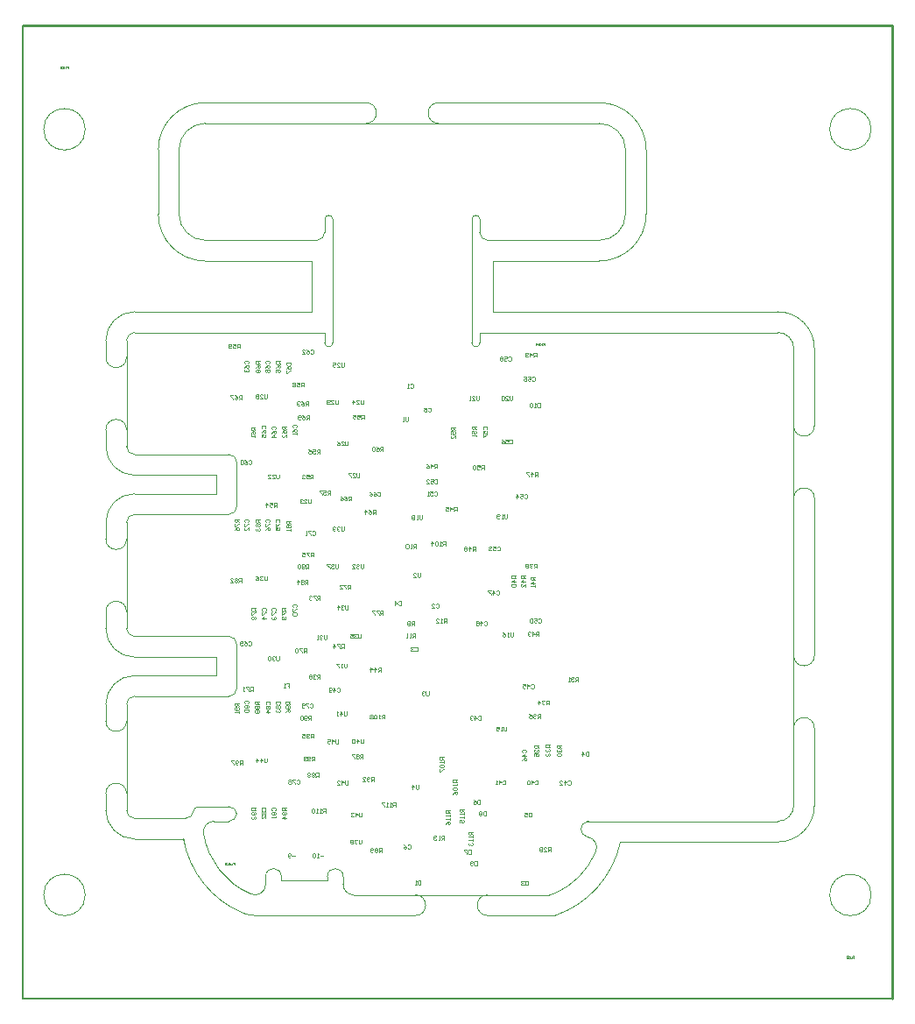
<source format=gbo>
G04*
G04 #@! TF.GenerationSoftware,Altium Limited,Altium Designer,18.1.9 (240)*
G04*
G04 Layer_Color=255*
%FSLAX25Y25*%
%MOIN*%
G70*
G01*
G75*
%ADD10C,0.01000*%
%ADD11C,0.00039*%
%ADD13C,0.00118*%
%ADD14C,0.00504*%
%ADD15C,0.00158*%
D10*
X0Y369767D02*
X330709D01*
Y-311D02*
Y369767D01*
D11*
X198075Y249076D02*
X198600D01*
Y248682D01*
X198338D01*
X198600D01*
Y248288D01*
X197813D02*
X197550D01*
X197682D01*
Y248813D01*
X197813D01*
X196632Y249076D02*
Y248288D01*
X197026D01*
X197157Y248420D01*
Y248682D01*
X197026Y248813D01*
X196632D01*
X196370Y248288D02*
X196107D01*
X196239D01*
Y249076D01*
X196370Y248944D01*
X195320Y248288D02*
Y249076D01*
X195714Y248682D01*
X195189D01*
X79875Y51276D02*
X80400D01*
Y50882D01*
X80138D01*
X80400D01*
Y50489D01*
X79613D02*
X79351D01*
X79482D01*
Y51013D01*
X79613D01*
X78432Y51276D02*
Y50489D01*
X78826D01*
X78957Y50620D01*
Y50882D01*
X78826Y51013D01*
X78432D01*
X78170Y50489D02*
X77907D01*
X78039D01*
Y51276D01*
X78170Y51144D01*
X77514D02*
X77383Y51276D01*
X77120D01*
X76989Y51144D01*
Y51013D01*
X77120Y50882D01*
X77251D01*
X77120D01*
X76989Y50751D01*
Y50620D01*
X77120Y50489D01*
X77383D01*
X77514Y50620D01*
X16575Y354376D02*
X17100D01*
Y353982D01*
X16838D01*
X17100D01*
Y353589D01*
X16313D02*
X16050D01*
X16182D01*
Y354113D01*
X16313D01*
X15132Y354376D02*
Y353589D01*
X15526D01*
X15657Y353720D01*
Y353982D01*
X15526Y354113D01*
X15132D01*
X14870Y354244D02*
X14739Y354376D01*
X14476D01*
X14345Y354244D01*
Y354113D01*
X14476Y353982D01*
X14607D01*
X14476D01*
X14345Y353851D01*
Y353720D01*
X14476Y353589D01*
X14739D01*
X14870Y353720D01*
X315775Y15776D02*
X316300D01*
Y15382D01*
X316038D01*
X316300D01*
Y14988D01*
X315513D02*
X315250D01*
X315382D01*
Y15513D01*
X315513D01*
X314332Y15776D02*
Y14988D01*
X314726D01*
X314857Y15120D01*
Y15382D01*
X314726Y15513D01*
X314332D01*
X314070Y15120D02*
X313939Y14988D01*
X313676D01*
X313545Y15120D01*
Y15644D01*
X313676Y15776D01*
X313939D01*
X314070Y15644D01*
Y15513D01*
X313939Y15382D01*
X313545D01*
X160241Y60023D02*
Y61598D01*
X159453D01*
X159191Y61335D01*
Y60811D01*
X159453Y60548D01*
X160241D01*
X159716D02*
X159191Y60023D01*
X158666D02*
X158142D01*
X158404D01*
Y61598D01*
X158666Y61335D01*
X157354D02*
X157092Y61598D01*
X156567D01*
X156305Y61335D01*
Y61073D01*
X156567Y60811D01*
X156830D01*
X156567D01*
X156305Y60548D01*
Y60286D01*
X156567Y60023D01*
X157092D01*
X157354Y60286D01*
X161126Y142602D02*
Y144176D01*
X160339D01*
X160077Y143914D01*
Y143389D01*
X160339Y143127D01*
X161126D01*
X160602D02*
X160077Y142602D01*
X159552D02*
X159027D01*
X159290D01*
Y144176D01*
X159552Y143914D01*
X157191Y142602D02*
X158240D01*
X157191Y143652D01*
Y143914D01*
X157453Y144176D01*
X157978D01*
X158240Y143914D01*
X148922Y141618D02*
Y143192D01*
X148135D01*
X147872Y142930D01*
Y142405D01*
X148135Y142143D01*
X148922D01*
X148397D02*
X147872Y141618D01*
X147347Y141880D02*
X147085Y141618D01*
X146560D01*
X146298Y141880D01*
Y142930D01*
X146560Y143192D01*
X147085D01*
X147347Y142930D01*
Y142667D01*
X147085Y142405D01*
X146298D01*
X149217Y136992D02*
Y138566D01*
X148430D01*
X148168Y138304D01*
Y137779D01*
X148430Y137517D01*
X149217D01*
X148692D02*
X148168Y136992D01*
X147643D02*
X147118D01*
X147380D01*
Y138566D01*
X147643Y138304D01*
X146331Y136992D02*
X145806D01*
X146069D01*
Y138566D01*
X146331Y138304D01*
X150500Y80963D02*
Y79651D01*
X150238Y79388D01*
X149713D01*
X149451Y79651D01*
Y80963D01*
X148139Y79388D02*
Y80963D01*
X148926Y80176D01*
X147876D01*
X146396Y57890D02*
X146658Y58153D01*
X147183D01*
X147445Y57890D01*
Y56841D01*
X147183Y56579D01*
X146658D01*
X146396Y56841D01*
X144822Y58153D02*
X145346Y57890D01*
X145871Y57366D01*
Y56841D01*
X145609Y56579D01*
X145084D01*
X144822Y56841D01*
Y57103D01*
X145084Y57366D01*
X145871D01*
X149250Y133087D02*
X149513Y133350D01*
X150037D01*
X150300Y133087D01*
Y132038D01*
X150037Y131775D01*
X149513D01*
X149250Y132038D01*
X148725Y133087D02*
X148463Y133350D01*
X147938D01*
X147676Y133087D01*
Y132825D01*
X147938Y132563D01*
X148201D01*
X147938D01*
X147676Y132300D01*
Y132038D01*
X147938Y131775D01*
X148463D01*
X148725Y132038D01*
X154400Y116563D02*
Y115251D01*
X154138Y114988D01*
X153613D01*
X153350Y115251D01*
Y116563D01*
X152826Y116300D02*
X152563Y116563D01*
X152039D01*
X151776Y116300D01*
Y116038D01*
X152039Y115776D01*
X152301D01*
X152039D01*
X151776Y115513D01*
Y115251D01*
X152039Y114988D01*
X152563D01*
X152826Y115251D01*
X141737Y72622D02*
Y74196D01*
X140950D01*
X140687Y73934D01*
Y73409D01*
X140950Y73147D01*
X141737D01*
X141212D02*
X140687Y72622D01*
X140162D02*
X139638D01*
X139900D01*
Y74196D01*
X140162Y73934D01*
X138850Y72622D02*
X138326D01*
X138588D01*
Y74196D01*
X138850Y73934D01*
X137539Y74196D02*
X136489D01*
Y73934D01*
X137539Y72884D01*
Y72622D01*
X162504Y71145D02*
X160930D01*
Y70358D01*
X161193Y70096D01*
X161717D01*
X161980Y70358D01*
Y71145D01*
Y70621D02*
X162504Y70096D01*
Y69571D02*
Y69046D01*
Y69309D01*
X160930D01*
X161193Y69571D01*
X162504Y68259D02*
Y67734D01*
Y67997D01*
X160930D01*
X161193Y68259D01*
X160930Y65898D02*
X161193Y66423D01*
X161717Y66947D01*
X162242D01*
X162504Y66685D01*
Y66160D01*
X162242Y65898D01*
X161980D01*
X161717Y66160D01*
Y66947D01*
X167819Y71736D02*
X166245D01*
Y70949D01*
X166507Y70687D01*
X167032D01*
X167295Y70949D01*
Y71736D01*
Y71211D02*
X167819Y70687D01*
Y70162D02*
Y69637D01*
Y69899D01*
X166245D01*
X166507Y70162D01*
X167819Y68850D02*
Y68325D01*
Y68587D01*
X166245D01*
X166507Y68850D01*
X166245Y66488D02*
Y67538D01*
X167032D01*
X166770Y67013D01*
Y66751D01*
X167032Y66488D01*
X167557D01*
X167819Y66751D01*
Y67276D01*
X167557Y67538D01*
X171067Y63075D02*
X169493D01*
Y62287D01*
X169755Y62025D01*
X170280D01*
X170543Y62287D01*
Y63075D01*
Y62550D02*
X171067Y62025D01*
Y61500D02*
Y60976D01*
Y61238D01*
X169493D01*
X169755Y61500D01*
X171067Y60188D02*
Y59664D01*
Y59926D01*
X169493D01*
X169755Y60188D01*
Y58877D02*
X169493Y58614D01*
Y58089D01*
X169755Y57827D01*
X170018D01*
X170280Y58089D01*
Y58352D01*
Y58089D01*
X170543Y57827D01*
X170805D01*
X171067Y58089D01*
Y58614D01*
X170805Y58877D01*
X115064Y70358D02*
Y71932D01*
X114276D01*
X114014Y71670D01*
Y71145D01*
X114276Y70883D01*
X115064D01*
X114539D02*
X114014Y70358D01*
X113489D02*
X112964D01*
X113227D01*
Y71932D01*
X113489Y71670D01*
X112177Y70358D02*
X111653D01*
X111915D01*
Y71932D01*
X112177Y71670D01*
X110865D02*
X110603Y71932D01*
X110078D01*
X109816Y71670D01*
Y70621D01*
X110078Y70358D01*
X110603D01*
X110865Y70621D01*
Y71670D01*
X137504Y106086D02*
Y107661D01*
X136717D01*
X136455Y107398D01*
Y106874D01*
X136717Y106611D01*
X137504D01*
X136980D02*
X136455Y106086D01*
X135930D02*
X135405D01*
X135668D01*
Y107661D01*
X135930Y107398D01*
X134618D02*
X134356Y107661D01*
X133831D01*
X133569Y107398D01*
Y106349D01*
X133831Y106086D01*
X134356D01*
X134618Y106349D01*
Y107398D01*
X133044D02*
X132782Y107661D01*
X132257D01*
X131994Y107398D01*
Y107136D01*
X132257Y106874D01*
X131994Y106611D01*
Y106349D01*
X132257Y106086D01*
X132782D01*
X133044Y106349D01*
Y106611D01*
X132782Y106874D01*
X133044Y107136D01*
Y107398D01*
X132782Y106874D02*
X132257D01*
X160142Y91421D02*
X158568D01*
Y90634D01*
X158830Y90372D01*
X159355D01*
X159617Y90634D01*
Y91421D01*
Y90896D02*
X160142Y90372D01*
Y89847D02*
Y89322D01*
Y89584D01*
X158568D01*
X158830Y89847D01*
Y88535D02*
X158568Y88273D01*
Y87748D01*
X158830Y87485D01*
X159880D01*
X160142Y87748D01*
Y88273D01*
X159880Y88535D01*
X158830D01*
X158568Y86961D02*
Y85911D01*
X158830D01*
X159880Y86961D01*
X160142D01*
X165260Y82858D02*
X163686D01*
Y82071D01*
X163948Y81809D01*
X164473D01*
X164736Y82071D01*
Y82858D01*
Y82333D02*
X165260Y81809D01*
Y81284D02*
Y80759D01*
Y81021D01*
X163686D01*
X163948Y81284D01*
Y79972D02*
X163686Y79710D01*
Y79185D01*
X163948Y78922D01*
X164998D01*
X165260Y79185D01*
Y79710D01*
X164998Y79972D01*
X163948D01*
X163686Y77348D02*
X163948Y77873D01*
X164473Y78398D01*
X164998D01*
X165260Y78135D01*
Y77610D01*
X164998Y77348D01*
X164736D01*
X164473Y77610D01*
Y78398D01*
X160733Y172031D02*
Y173606D01*
X159946D01*
X159683Y173343D01*
Y172819D01*
X159946Y172556D01*
X160733D01*
X160208D02*
X159683Y172031D01*
X159159D02*
X158634D01*
X158896D01*
Y173606D01*
X159159Y173343D01*
X157847D02*
X157584Y173606D01*
X157059D01*
X156797Y173343D01*
Y172294D01*
X157059Y172031D01*
X157584D01*
X157847Y172294D01*
Y173343D01*
X155485Y172031D02*
Y173606D01*
X156272Y172819D01*
X155223D01*
X83469Y88567D02*
Y90141D01*
X82682D01*
X82420Y89879D01*
Y89354D01*
X82682Y89091D01*
X83469D01*
X82944D02*
X82420Y88567D01*
X81895Y88829D02*
X81632Y88567D01*
X81108D01*
X80845Y88829D01*
Y89879D01*
X81108Y90141D01*
X81632D01*
X81895Y89879D01*
Y89616D01*
X81632Y89354D01*
X80845D01*
X80320Y90141D02*
X79271D01*
Y89879D01*
X80320Y88829D01*
Y88567D01*
X89867Y112583D02*
X88292D01*
Y111795D01*
X88555Y111533D01*
X89079D01*
X89342Y111795D01*
Y112583D01*
Y112058D02*
X89867Y111533D01*
X89604Y111008D02*
X89867Y110746D01*
Y110221D01*
X89604Y109959D01*
X88555D01*
X88292Y110221D01*
Y110746D01*
X88555Y111008D01*
X88817D01*
X89079Y110746D01*
Y109959D01*
X88555Y109434D02*
X88292Y109172D01*
Y108647D01*
X88555Y108384D01*
X88817D01*
X89079Y108647D01*
X89342Y108384D01*
X89604D01*
X89867Y108647D01*
Y109172D01*
X89604Y109434D01*
X89342D01*
X89079Y109172D01*
X88817Y109434D01*
X88555D01*
X89079Y109172D02*
Y108647D01*
X101579Y112681D02*
X100005D01*
Y111894D01*
X100267Y111631D01*
X100792D01*
X101055Y111894D01*
Y112681D01*
Y112156D02*
X101579Y111631D01*
X101317Y111107D02*
X101579Y110844D01*
Y110319D01*
X101317Y110057D01*
X100267D01*
X100005Y110319D01*
Y110844D01*
X100267Y111107D01*
X100530D01*
X100792Y110844D01*
Y110057D01*
X100005Y108483D02*
X100267Y109008D01*
X100792Y109532D01*
X101317D01*
X101579Y109270D01*
Y108745D01*
X101317Y108483D01*
X101055D01*
X100792Y108745D01*
Y109532D01*
X82091Y111992D02*
X80517D01*
Y111205D01*
X80779Y110942D01*
X81304D01*
X81566Y111205D01*
Y111992D01*
Y111467D02*
X82091Y110942D01*
X81829Y110418D02*
X82091Y110155D01*
Y109631D01*
X81829Y109368D01*
X80779D01*
X80517Y109631D01*
Y110155D01*
X80779Y110418D01*
X81042D01*
X81304Y110155D01*
Y109368D01*
X82091Y108843D02*
Y108319D01*
Y108581D01*
X80517D01*
X80779Y108843D01*
X100201Y72130D02*
X98627D01*
Y71343D01*
X98889Y71080D01*
X99414D01*
X99677Y71343D01*
Y72130D01*
Y71605D02*
X100201Y71080D01*
X99939Y70556D02*
X100201Y70293D01*
Y69768D01*
X99939Y69506D01*
X98889D01*
X98627Y69768D01*
Y70293D01*
X98889Y70556D01*
X99152D01*
X99414Y70293D01*
Y69506D01*
X100201Y68194D02*
X98627D01*
X99414Y68981D01*
Y67932D01*
X88587Y72130D02*
X87013D01*
Y71343D01*
X87275Y71080D01*
X87800D01*
X88062Y71343D01*
Y72130D01*
Y71605D02*
X88587Y71080D01*
X88325Y70556D02*
X88587Y70293D01*
Y69768D01*
X88325Y69506D01*
X87275D01*
X87013Y69768D01*
Y70293D01*
X87275Y70556D01*
X87538D01*
X87800Y70293D01*
Y69506D01*
X87275Y68981D02*
X87013Y68719D01*
Y68194D01*
X87275Y67932D01*
X87538D01*
X87800Y68194D01*
Y68456D01*
Y68194D01*
X88062Y67932D01*
X88325D01*
X88587Y68194D01*
Y68719D01*
X88325Y68981D01*
X110438Y98803D02*
Y100377D01*
X109650D01*
X109388Y100115D01*
Y99590D01*
X109650Y99328D01*
X110438D01*
X109913D02*
X109388Y98803D01*
X108863Y99065D02*
X108601Y98803D01*
X108076D01*
X107814Y99065D01*
Y100115D01*
X108076Y100377D01*
X108601D01*
X108863Y100115D01*
Y99853D01*
X108601Y99590D01*
X107814D01*
X106239Y100377D02*
X107289D01*
Y99590D01*
X106764Y99853D01*
X106502D01*
X106239Y99590D01*
Y99065D01*
X106502Y98803D01*
X107027D01*
X107289Y99065D01*
X109650Y105594D02*
Y107169D01*
X108863D01*
X108601Y106906D01*
Y106381D01*
X108863Y106119D01*
X109650D01*
X109125D02*
X108601Y105594D01*
X108076Y105857D02*
X107813Y105594D01*
X107289D01*
X107026Y105857D01*
Y106906D01*
X107289Y107169D01*
X107813D01*
X108076Y106906D01*
Y106644D01*
X107813Y106381D01*
X107026D01*
X106501Y106906D02*
X106239Y107169D01*
X105714D01*
X105452Y106906D01*
Y105857D01*
X105714Y105594D01*
X106239D01*
X106501Y105857D01*
Y106906D01*
X110930Y90142D02*
Y91716D01*
X110143D01*
X109880Y91453D01*
Y90929D01*
X110143Y90666D01*
X110930D01*
X110405D02*
X109880Y90142D01*
X109355Y90404D02*
X109093Y90142D01*
X108568D01*
X108306Y90404D01*
Y91453D01*
X108568Y91716D01*
X109093D01*
X109355Y91453D01*
Y91191D01*
X109093Y90929D01*
X108306D01*
X107781Y90404D02*
X107519Y90142D01*
X106994D01*
X106731Y90404D01*
Y91453D01*
X106994Y91716D01*
X107519D01*
X107781Y91453D01*
Y91191D01*
X107519Y90929D01*
X106731D01*
X133469Y82366D02*
Y83940D01*
X132682D01*
X132420Y83678D01*
Y83153D01*
X132682Y82891D01*
X133469D01*
X132944D02*
X132420Y82366D01*
X131895Y82628D02*
X131632Y82366D01*
X131108D01*
X130845Y82628D01*
Y83678D01*
X131108Y83940D01*
X131632D01*
X131895Y83678D01*
Y83416D01*
X131632Y83153D01*
X130845D01*
X129271Y82366D02*
X130320D01*
X129271Y83416D01*
Y83678D01*
X129533Y83940D01*
X130058D01*
X130320Y83678D01*
X112406Y83842D02*
Y85417D01*
X111619D01*
X111356Y85154D01*
Y84629D01*
X111619Y84367D01*
X112406D01*
X111881D02*
X111356Y83842D01*
X110832Y85154D02*
X110569Y85417D01*
X110045D01*
X109782Y85154D01*
Y84892D01*
X110045Y84629D01*
X109782Y84367D01*
Y84105D01*
X110045Y83842D01*
X110569D01*
X110832Y84105D01*
Y84367D01*
X110569Y84629D01*
X110832Y84892D01*
Y85154D01*
X110569Y84629D02*
X110045D01*
X109257Y85154D02*
X108995Y85417D01*
X108470D01*
X108208Y85154D01*
Y84892D01*
X108470Y84629D01*
X108208Y84367D01*
Y84105D01*
X108470Y83842D01*
X108995D01*
X109257Y84105D01*
Y84367D01*
X108995Y84629D01*
X109257Y84892D01*
Y85154D01*
X108995Y84629D02*
X108470D01*
X136422Y55299D02*
Y56873D01*
X135635D01*
X135372Y56611D01*
Y56086D01*
X135635Y55824D01*
X136422D01*
X135897D02*
X135372Y55299D01*
X134847Y56611D02*
X134585Y56873D01*
X134060D01*
X133798Y56611D01*
Y56349D01*
X134060Y56086D01*
X133798Y55824D01*
Y55561D01*
X134060Y55299D01*
X134585D01*
X134847Y55561D01*
Y55824D01*
X134585Y56086D01*
X134847Y56349D01*
Y56611D01*
X134585Y56086D02*
X134060D01*
X133273Y55561D02*
X133011Y55299D01*
X132486D01*
X132224Y55561D01*
Y56611D01*
X132486Y56873D01*
X133011D01*
X133273Y56611D01*
Y56349D01*
X133011Y56086D01*
X132224D01*
X129335Y91027D02*
Y92602D01*
X128548D01*
X128286Y92339D01*
Y91815D01*
X128548Y91552D01*
X129335D01*
X128810D02*
X128286Y91027D01*
X127761Y92339D02*
X127498Y92602D01*
X126974D01*
X126711Y92339D01*
Y92077D01*
X126974Y91815D01*
X126711Y91552D01*
Y91290D01*
X126974Y91027D01*
X127498D01*
X127761Y91290D01*
Y91552D01*
X127498Y91815D01*
X127761Y92077D01*
Y92339D01*
X127498Y91815D02*
X126974D01*
X126187Y92602D02*
X125137D01*
Y92339D01*
X126187Y91290D01*
Y91027D01*
X120000Y98263D02*
Y96951D01*
X119738Y96688D01*
X119213D01*
X118950Y96951D01*
Y98263D01*
X117639Y96688D02*
Y98263D01*
X118426Y97476D01*
X117376D01*
X115802Y98263D02*
X116851D01*
Y97476D01*
X116327Y97738D01*
X116064D01*
X115802Y97476D01*
Y96951D01*
X116064Y96688D01*
X116589D01*
X116851Y96951D01*
X129500Y98363D02*
Y97051D01*
X129238Y96789D01*
X128713D01*
X128451Y97051D01*
Y98363D01*
X127139Y96789D02*
Y98363D01*
X127926Y97576D01*
X126876D01*
X126351Y98100D02*
X126089Y98363D01*
X125564D01*
X125302Y98100D01*
Y97051D01*
X125564Y96789D01*
X126089D01*
X126351Y97051D01*
Y98100D01*
X128800Y60063D02*
Y58751D01*
X128538Y58489D01*
X128013D01*
X127751Y58751D01*
Y60063D01*
X127226Y59800D02*
X126963Y60063D01*
X126439D01*
X126176Y59800D01*
Y59538D01*
X126439Y59276D01*
X126701D01*
X126439D01*
X126176Y59013D01*
Y58751D01*
X126439Y58489D01*
X126963D01*
X127226Y58751D01*
X125651D02*
X125389Y58489D01*
X124864D01*
X124602Y58751D01*
Y59800D01*
X124864Y60063D01*
X125389D01*
X125651Y59800D01*
Y59538D01*
X125389Y59276D01*
X124602D01*
X123700Y82563D02*
Y81251D01*
X123438Y80989D01*
X122913D01*
X122651Y81251D01*
Y82563D01*
X121339Y80989D02*
Y82563D01*
X122126Y81776D01*
X121076D01*
X119502Y80989D02*
X120551D01*
X119502Y82038D01*
Y82300D01*
X119764Y82563D01*
X120289D01*
X120551Y82300D01*
X92800Y91063D02*
Y89751D01*
X92538Y89489D01*
X92013D01*
X91751Y89751D01*
Y91063D01*
X90439Y89489D02*
Y91063D01*
X91226Y90276D01*
X90176D01*
X88864Y89489D02*
Y91063D01*
X89651Y90276D01*
X88602D01*
X129000Y70363D02*
Y69051D01*
X128738Y68788D01*
X128213D01*
X127951Y69051D01*
Y70363D01*
X126639Y68788D02*
Y70363D01*
X127426Y69576D01*
X126376D01*
X125851Y70100D02*
X125589Y70363D01*
X125064D01*
X124802Y70100D01*
Y69838D01*
X125064Y69576D01*
X125327D01*
X125064D01*
X124802Y69313D01*
Y69051D01*
X125064Y68788D01*
X125589D01*
X125851Y69051D01*
X123100Y108763D02*
Y107451D01*
X122838Y107188D01*
X122313D01*
X122050Y107451D01*
Y108763D01*
X120739Y107188D02*
Y108763D01*
X121526Y107976D01*
X120476D01*
X119951Y107188D02*
X119427D01*
X119689D01*
Y108763D01*
X119951Y108500D01*
X94854Y71080D02*
X94592Y71343D01*
Y71867D01*
X94854Y72130D01*
X95903D01*
X96166Y71867D01*
Y71343D01*
X95903Y71080D01*
X94854Y70556D02*
X94592Y70293D01*
Y69768D01*
X94854Y69506D01*
X95116D01*
X95379Y69768D01*
X95641Y69506D01*
X95903D01*
X96166Y69768D01*
Y70293D01*
X95903Y70556D01*
X95641D01*
X95379Y70293D01*
X95116Y70556D01*
X94854D01*
X95379Y70293D02*
Y69768D01*
X96166Y68981D02*
Y68456D01*
Y68719D01*
X94592D01*
X94854Y68981D01*
X91015Y71277D02*
X90753Y71539D01*
Y72064D01*
X91015Y72327D01*
X92065D01*
X92327Y72064D01*
Y71539D01*
X92065Y71277D01*
X91015Y70752D02*
X90753Y70490D01*
Y69965D01*
X91015Y69703D01*
X91278D01*
X91540Y69965D01*
X91803Y69703D01*
X92065D01*
X92327Y69965D01*
Y70490D01*
X92065Y70752D01*
X91803D01*
X91540Y70490D01*
X91278Y70752D01*
X91015D01*
X91540Y70490D02*
Y69965D01*
X92327Y68129D02*
Y69178D01*
X91278Y68129D01*
X91015D01*
X90753Y68391D01*
Y68916D01*
X91015Y69178D01*
X92689Y111533D02*
X92426Y111795D01*
Y112320D01*
X92689Y112583D01*
X93738D01*
X94001Y112320D01*
Y111795D01*
X93738Y111533D01*
X92689Y111008D02*
X92426Y110746D01*
Y110221D01*
X92689Y109959D01*
X92951D01*
X93213Y110221D01*
X93476Y109959D01*
X93738D01*
X94001Y110221D01*
Y110746D01*
X93738Y111008D01*
X93476D01*
X93213Y110746D01*
X92951Y111008D01*
X92689D01*
X93213Y110746D02*
Y110221D01*
X94001Y108647D02*
X92426D01*
X93213Y109434D01*
Y108384D01*
X96429Y111631D02*
X96166Y111894D01*
Y112419D01*
X96429Y112681D01*
X97478D01*
X97741Y112419D01*
Y111894D01*
X97478Y111631D01*
X96429Y111107D02*
X96166Y110844D01*
Y110319D01*
X96429Y110057D01*
X96691D01*
X96953Y110319D01*
X97216Y110057D01*
X97478D01*
X97741Y110319D01*
Y110844D01*
X97478Y111107D01*
X97216D01*
X96953Y110844D01*
X96691Y111107D01*
X96429D01*
X96953Y110844D02*
Y110319D01*
X96429Y109532D02*
X96166Y109270D01*
Y108745D01*
X96429Y108483D01*
X96691D01*
X96953Y108745D01*
Y109008D01*
Y108745D01*
X97216Y108483D01*
X97478D01*
X97741Y108745D01*
Y109270D01*
X97478Y109532D01*
X84519Y111828D02*
X84257Y112091D01*
Y112615D01*
X84519Y112878D01*
X85569D01*
X85831Y112615D01*
Y112091D01*
X85569Y111828D01*
X84519Y111303D02*
X84257Y111041D01*
Y110516D01*
X84519Y110254D01*
X84782D01*
X85044Y110516D01*
X85306Y110254D01*
X85569D01*
X85831Y110516D01*
Y111041D01*
X85569Y111303D01*
X85306D01*
X85044Y111041D01*
X84782Y111303D01*
X84519D01*
X85044Y111041D02*
Y110516D01*
X84519Y109729D02*
X84257Y109467D01*
Y108942D01*
X84519Y108680D01*
X85569D01*
X85831Y108942D01*
Y109467D01*
X85569Y109729D01*
X84519D01*
X109191Y111631D02*
X109453Y111893D01*
X109978D01*
X110241Y111631D01*
Y110581D01*
X109978Y110319D01*
X109453D01*
X109191Y110581D01*
X108666Y111893D02*
X107617D01*
Y111631D01*
X108666Y110581D01*
Y110319D01*
X107092Y110581D02*
X106830Y110319D01*
X106305D01*
X106043Y110581D01*
Y111631D01*
X106305Y111893D01*
X106830D01*
X107092Y111631D01*
Y111368D01*
X106830Y111106D01*
X106043D01*
X104172Y82694D02*
X104434Y82956D01*
X104959D01*
X105221Y82694D01*
Y81644D01*
X104959Y81382D01*
X104434D01*
X104172Y81644D01*
X103647Y82956D02*
X102597D01*
Y82694D01*
X103647Y81644D01*
Y81382D01*
X102072Y82694D02*
X101810Y82956D01*
X101285D01*
X101023Y82694D01*
Y82431D01*
X101285Y82169D01*
X101023Y81906D01*
Y81644D01*
X101285Y81382D01*
X101810D01*
X102072Y81644D01*
Y81906D01*
X101810Y82169D01*
X102072Y82431D01*
Y82694D01*
X101810Y82169D02*
X101285D01*
X83075Y158055D02*
Y159629D01*
X82288D01*
X82026Y159367D01*
Y158842D01*
X82288Y158580D01*
X83075D01*
X82551D02*
X82026Y158055D01*
X81501Y159367D02*
X81239Y159629D01*
X80714D01*
X80452Y159367D01*
Y159105D01*
X80714Y158842D01*
X80452Y158580D01*
Y158317D01*
X80714Y158055D01*
X81239D01*
X81501Y158317D01*
Y158580D01*
X81239Y158842D01*
X81501Y159105D01*
Y159367D01*
X81239Y158842D02*
X80714D01*
X78877Y158055D02*
X79927D01*
X78877Y159105D01*
Y159367D01*
X79140Y159629D01*
X79664D01*
X79927Y159367D01*
X90064Y181775D02*
X88489D01*
Y180988D01*
X88752Y180726D01*
X89276D01*
X89539Y180988D01*
Y181775D01*
Y181251D02*
X90064Y180726D01*
X88752Y180201D02*
X88489Y179939D01*
Y179414D01*
X88752Y179152D01*
X89014D01*
X89276Y179414D01*
X89539Y179152D01*
X89801D01*
X90064Y179414D01*
Y179939D01*
X89801Y180201D01*
X89539D01*
X89276Y179939D01*
X89014Y180201D01*
X88752D01*
X89276Y179939D02*
Y179414D01*
X88752Y178627D02*
X88489Y178365D01*
Y177840D01*
X88752Y177577D01*
X89014D01*
X89276Y177840D01*
Y178102D01*
Y177840D01*
X89539Y177577D01*
X89801D01*
X90064Y177840D01*
Y178365D01*
X89801Y178627D01*
X101776Y181382D02*
X100202D01*
Y180595D01*
X100464Y180332D01*
X100989D01*
X101251Y180595D01*
Y181382D01*
Y180857D02*
X101776Y180332D01*
X100464Y179807D02*
X100202Y179545D01*
Y179020D01*
X100464Y178758D01*
X100727D01*
X100989Y179020D01*
X101251Y178758D01*
X101514D01*
X101776Y179020D01*
Y179545D01*
X101514Y179807D01*
X101251D01*
X100989Y179545D01*
X100727Y179807D01*
X100464D01*
X100989Y179545D02*
Y179020D01*
X101776Y178233D02*
Y177708D01*
Y177971D01*
X100202D01*
X100464Y178233D01*
X82091Y181972D02*
X80517D01*
Y181185D01*
X80779Y180923D01*
X81304D01*
X81566Y181185D01*
Y181972D01*
Y181448D02*
X82091Y180923D01*
X80517Y180398D02*
Y179349D01*
X80779D01*
X81829Y180398D01*
X82091D01*
X80517Y177774D02*
X80779Y178299D01*
X81304Y178824D01*
X81829D01*
X82091Y178561D01*
Y178036D01*
X81829Y177774D01*
X81566D01*
X81304Y178036D01*
Y178824D01*
X100004Y148114D02*
X98430D01*
Y147327D01*
X98693Y147064D01*
X99217D01*
X99480Y147327D01*
Y148114D01*
Y147589D02*
X100004Y147064D01*
X98430Y146540D02*
Y145490D01*
X98693D01*
X99742Y146540D01*
X100004D01*
X99742Y144965D02*
X100004Y144703D01*
Y144178D01*
X99742Y143916D01*
X98693D01*
X98430Y144178D01*
Y144703D01*
X98693Y144965D01*
X98955D01*
X99217Y144703D01*
Y143916D01*
X88587Y148114D02*
X87013D01*
Y147327D01*
X87275Y147064D01*
X87800D01*
X88062Y147327D01*
Y148114D01*
Y147589D02*
X88587Y147064D01*
X87013Y146540D02*
Y145490D01*
X87275D01*
X88325Y146540D01*
X88587D01*
X87275Y144965D02*
X87013Y144703D01*
Y144178D01*
X87275Y143916D01*
X87538D01*
X87800Y144178D01*
X88062Y143916D01*
X88325D01*
X88587Y144178D01*
Y144703D01*
X88325Y144965D01*
X88062D01*
X87800Y144703D01*
X87538Y144965D01*
X87275D01*
X87800Y144703D02*
Y144178D01*
X108666Y163173D02*
Y164747D01*
X107879D01*
X107616Y164485D01*
Y163960D01*
X107879Y163698D01*
X108666D01*
X108141D02*
X107616Y163173D01*
X107092Y164485D02*
X106829Y164747D01*
X106304D01*
X106042Y164485D01*
Y164223D01*
X106304Y163960D01*
X106042Y163698D01*
Y163435D01*
X106304Y163173D01*
X106829D01*
X107092Y163435D01*
Y163698D01*
X106829Y163960D01*
X107092Y164223D01*
Y164485D01*
X106829Y163960D02*
X106304D01*
X105517Y164485D02*
X105255Y164747D01*
X104730D01*
X104468Y164485D01*
Y163435D01*
X104730Y163173D01*
X105255D01*
X105517Y163435D01*
Y164485D01*
X110438Y167799D02*
Y169373D01*
X109650D01*
X109388Y169111D01*
Y168586D01*
X109650Y168324D01*
X110438D01*
X109913D02*
X109388Y167799D01*
X108863Y169373D02*
X107814D01*
Y169111D01*
X108863Y168061D01*
Y167799D01*
X106239Y169373D02*
X107289D01*
Y168586D01*
X106764Y168849D01*
X106502D01*
X106239Y168586D01*
Y168061D01*
X106502Y167799D01*
X107027D01*
X107289Y168061D01*
X108371Y157366D02*
Y158940D01*
X107583D01*
X107321Y158678D01*
Y158153D01*
X107583Y157891D01*
X108371D01*
X107846D02*
X107321Y157366D01*
X106796Y158678D02*
X106534Y158940D01*
X106009D01*
X105747Y158678D01*
Y158415D01*
X106009Y158153D01*
X105747Y157891D01*
Y157628D01*
X106009Y157366D01*
X106534D01*
X106796Y157628D01*
Y157891D01*
X106534Y158153D01*
X106796Y158415D01*
Y158678D01*
X106534Y158153D02*
X106009D01*
X104435Y157366D02*
Y158940D01*
X105222Y158153D01*
X104173D01*
X137012Y145555D02*
Y147129D01*
X136225D01*
X135963Y146867D01*
Y146342D01*
X136225Y146080D01*
X137012D01*
X136488D02*
X135963Y145555D01*
X135438Y147129D02*
X134388D01*
Y146867D01*
X135438Y145817D01*
Y145555D01*
X133864Y147129D02*
X132814D01*
Y146867D01*
X133864Y145817D01*
Y145555D01*
X112997Y151362D02*
Y152936D01*
X112209D01*
X111947Y152674D01*
Y152149D01*
X112209Y151887D01*
X112997D01*
X112472D02*
X111947Y151362D01*
X111422Y152936D02*
X110373D01*
Y152674D01*
X111422Y151624D01*
Y151362D01*
X109848Y152674D02*
X109586Y152936D01*
X109061D01*
X108799Y152674D01*
Y152412D01*
X109061Y152149D01*
X109323D01*
X109061D01*
X108799Y151887D01*
Y151624D01*
X109061Y151362D01*
X109586D01*
X109848Y151624D01*
X122052Y132858D02*
Y134432D01*
X121265D01*
X121002Y134170D01*
Y133645D01*
X121265Y133383D01*
X122052D01*
X121527D02*
X121002Y132858D01*
X120477Y134432D02*
X119428D01*
Y134170D01*
X120477Y133121D01*
Y132858D01*
X118116D02*
Y134432D01*
X118903Y133645D01*
X117854D01*
X124611Y155496D02*
Y157070D01*
X123824D01*
X123561Y156808D01*
Y156283D01*
X123824Y156021D01*
X124611D01*
X124086D02*
X123561Y155496D01*
X123036Y157070D02*
X121987D01*
Y156808D01*
X123036Y155758D01*
Y155496D01*
X120413D02*
X121462D01*
X120413Y156545D01*
Y156808D01*
X120675Y157070D01*
X121200D01*
X121462Y156808D01*
X87406Y116519D02*
Y118094D01*
X86619D01*
X86357Y117831D01*
Y117307D01*
X86619Y117044D01*
X87406D01*
X86881D02*
X86357Y116519D01*
X85832Y118094D02*
X84782D01*
Y117831D01*
X85832Y116782D01*
Y116519D01*
X84257D02*
X83733D01*
X83995D01*
Y118094D01*
X84257Y117831D01*
X107780Y131382D02*
Y132956D01*
X106993D01*
X106730Y132694D01*
Y132169D01*
X106993Y131906D01*
X107780D01*
X107255D02*
X106730Y131382D01*
X106206Y132956D02*
X105156D01*
Y132694D01*
X106206Y131644D01*
Y131382D01*
X104631Y132694D02*
X104369Y132956D01*
X103844D01*
X103582Y132694D01*
Y131644D01*
X103844Y131382D01*
X104369D01*
X104631Y131644D01*
Y132694D01*
X119900Y164963D02*
Y163651D01*
X119638Y163388D01*
X119113D01*
X118851Y163651D01*
Y164963D01*
X118326Y164700D02*
X118063Y164963D01*
X117539D01*
X117276Y164700D01*
Y164438D01*
X117539Y164176D01*
X117801D01*
X117539D01*
X117276Y163913D01*
Y163651D01*
X117539Y163388D01*
X118063D01*
X118326Y163651D01*
X116751Y164963D02*
X115702D01*
Y164700D01*
X116751Y163651D01*
Y163388D01*
X129500Y164963D02*
Y163651D01*
X129238Y163388D01*
X128713D01*
X128451Y163651D01*
Y164963D01*
X127926Y164700D02*
X127663Y164963D01*
X127139D01*
X126876Y164700D01*
Y164438D01*
X127139Y164176D01*
X127401D01*
X127139D01*
X126876Y163913D01*
Y163651D01*
X127139Y163388D01*
X127663D01*
X127926Y163651D01*
X125302Y163388D02*
X126351D01*
X125302Y164438D01*
Y164700D01*
X125564Y164963D01*
X126089D01*
X126351Y164700D01*
X115500Y137763D02*
Y136451D01*
X115238Y136188D01*
X114713D01*
X114451Y136451D01*
Y137763D01*
X113926Y137500D02*
X113663Y137763D01*
X113139D01*
X112876Y137500D01*
Y137238D01*
X113139Y136976D01*
X113401D01*
X113139D01*
X112876Y136713D01*
Y136451D01*
X113139Y136188D01*
X113663D01*
X113926Y136451D01*
X112351Y136188D02*
X111827D01*
X112089D01*
Y137763D01*
X112351Y137500D01*
X97400Y129863D02*
Y128551D01*
X97138Y128288D01*
X96613D01*
X96351Y128551D01*
Y129863D01*
X95826Y129600D02*
X95563Y129863D01*
X95039D01*
X94776Y129600D01*
Y129338D01*
X95039Y129076D01*
X95301D01*
X95039D01*
X94776Y128813D01*
Y128551D01*
X95039Y128288D01*
X95563D01*
X95826Y128551D01*
X94251Y129600D02*
X93989Y129863D01*
X93464D01*
X93202Y129600D01*
Y128551D01*
X93464Y128288D01*
X93989D01*
X94251Y128551D01*
Y129600D01*
X123700Y149263D02*
Y147951D01*
X123438Y147688D01*
X122913D01*
X122651Y147951D01*
Y149263D01*
X122126Y149000D02*
X121863Y149263D01*
X121339D01*
X121076Y149000D01*
Y148738D01*
X121339Y148476D01*
X121601D01*
X121339D01*
X121076Y148213D01*
Y147951D01*
X121339Y147688D01*
X121863D01*
X122126Y147951D01*
X119764Y147688D02*
Y149263D01*
X120551Y148476D01*
X119502D01*
X92800Y160363D02*
Y159051D01*
X92538Y158788D01*
X92013D01*
X91751Y159051D01*
Y160363D01*
X91226Y160100D02*
X90963Y160363D01*
X90439D01*
X90176Y160100D01*
Y159838D01*
X90439Y159576D01*
X90701D01*
X90439D01*
X90176Y159313D01*
Y159051D01*
X90439Y158788D01*
X90963D01*
X91226Y159051D01*
X88602Y160363D02*
X89127Y160100D01*
X89651Y159576D01*
Y159051D01*
X89389Y158788D01*
X88864D01*
X88602Y159051D01*
Y159313D01*
X88864Y159576D01*
X89651D01*
X128646Y138369D02*
Y137057D01*
X128384Y136795D01*
X127859D01*
X127597Y137057D01*
Y138369D01*
X127072Y138107D02*
X126810Y138369D01*
X126285D01*
X126022Y138107D01*
Y137845D01*
X126285Y137582D01*
X126547D01*
X126285D01*
X126022Y137320D01*
Y137057D01*
X126285Y136795D01*
X126810D01*
X127072Y137057D01*
X124448Y138369D02*
X125498D01*
Y137582D01*
X124973Y137845D01*
X124710D01*
X124448Y137582D01*
Y137057D01*
X124710Y136795D01*
X125235D01*
X125498Y137057D01*
X122100Y179163D02*
Y177851D01*
X121838Y177588D01*
X121313D01*
X121051Y177851D01*
Y179163D01*
X120526Y178900D02*
X120263Y179163D01*
X119739D01*
X119476Y178900D01*
Y178638D01*
X119739Y178376D01*
X120001D01*
X119739D01*
X119476Y178113D01*
Y177851D01*
X119739Y177588D01*
X120263D01*
X120526Y177851D01*
X118951Y178900D02*
X118689Y179163D01*
X118164D01*
X117902Y178900D01*
Y178638D01*
X118164Y178376D01*
X118427D01*
X118164D01*
X117902Y178113D01*
Y177851D01*
X118164Y177588D01*
X118689D01*
X118951Y177851D01*
X94854Y147064D02*
X94592Y147327D01*
Y147852D01*
X94854Y148114D01*
X95903D01*
X96166Y147852D01*
Y147327D01*
X95903Y147064D01*
X94592Y146540D02*
Y145490D01*
X94854D01*
X95903Y146540D01*
X96166D01*
X94854Y144965D02*
X94592Y144703D01*
Y144178D01*
X94854Y143916D01*
X95116D01*
X95379Y144178D01*
Y144441D01*
Y144178D01*
X95641Y143916D01*
X95903D01*
X96166Y144178D01*
Y144703D01*
X95903Y144965D01*
X91114Y147064D02*
X90851Y147327D01*
Y147852D01*
X91114Y148114D01*
X92163D01*
X92426Y147852D01*
Y147327D01*
X92163Y147064D01*
X90851Y146540D02*
Y145490D01*
X91114D01*
X92163Y146540D01*
X92426D01*
Y144178D02*
X90851D01*
X91638Y144965D01*
Y143916D01*
X92590Y180923D02*
X92328Y181185D01*
Y181710D01*
X92590Y181972D01*
X93640D01*
X93902Y181710D01*
Y181185D01*
X93640Y180923D01*
X92328Y180398D02*
Y179349D01*
X92590D01*
X93640Y180398D01*
X93902D01*
X92328Y177774D02*
X92590Y178299D01*
X93115Y178824D01*
X93640D01*
X93902Y178561D01*
Y178036D01*
X93640Y177774D01*
X93377D01*
X93115Y178036D01*
Y178824D01*
X96330Y180923D02*
X96068Y181185D01*
Y181710D01*
X96330Y181972D01*
X97380D01*
X97642Y181710D01*
Y181185D01*
X97380Y180923D01*
X96068Y180398D02*
Y179349D01*
X96330D01*
X97380Y180398D01*
X97642D01*
X96068Y177774D02*
Y178824D01*
X96855D01*
X96593Y178299D01*
Y178036D01*
X96855Y177774D01*
X97380D01*
X97642Y178036D01*
Y178561D01*
X97380Y178824D01*
X84618Y180923D02*
X84355Y181185D01*
Y181710D01*
X84618Y181972D01*
X85667D01*
X85930Y181710D01*
Y181185D01*
X85667Y180923D01*
X84355Y180398D02*
Y179349D01*
X84618D01*
X85667Y180398D01*
X85930D01*
Y177774D02*
Y178824D01*
X84880Y177774D01*
X84618D01*
X84355Y178036D01*
Y178561D01*
X84618Y178824D01*
X110077Y177280D02*
X110339Y177543D01*
X110864D01*
X111126Y177280D01*
Y176231D01*
X110864Y175968D01*
X110339D01*
X110077Y176231D01*
X109552Y177543D02*
X108503D01*
Y177280D01*
X109552Y176231D01*
Y175968D01*
X107978D02*
X107453D01*
X107715D01*
Y177543D01*
X107978Y177280D01*
X102925Y148541D02*
X102662Y148803D01*
Y149328D01*
X102925Y149590D01*
X103974D01*
X104237Y149328D01*
Y148803D01*
X103974Y148541D01*
X102662Y148016D02*
Y146967D01*
X102925D01*
X103974Y148016D01*
X104237D01*
X102925Y146442D02*
X102662Y146179D01*
Y145655D01*
X102925Y145392D01*
X103974D01*
X104237Y145655D01*
Y146179D01*
X103974Y146442D01*
X102925D01*
X85766Y135351D02*
X86028Y135614D01*
X86553D01*
X86816Y135351D01*
Y134302D01*
X86553Y134039D01*
X86028D01*
X85766Y134302D01*
X84192Y135614D02*
X84716Y135351D01*
X85241Y134826D01*
Y134302D01*
X84979Y134039D01*
X84454D01*
X84192Y134302D01*
Y134564D01*
X84454Y134826D01*
X85241D01*
X83667Y134302D02*
X83404Y134039D01*
X82880D01*
X82617Y134302D01*
Y135351D01*
X82880Y135614D01*
X83404D01*
X83667Y135351D01*
Y135089D01*
X83404Y134826D01*
X82617D01*
X83174Y227543D02*
Y229117D01*
X82387D01*
X82124Y228855D01*
Y228330D01*
X82387Y228068D01*
X83174D01*
X82649D02*
X82124Y227543D01*
X80550Y229117D02*
X81075Y228855D01*
X81599Y228330D01*
Y227805D01*
X81337Y227543D01*
X80812D01*
X80550Y227805D01*
Y228068D01*
X80812Y228330D01*
X81599D01*
X80025Y229117D02*
X78976D01*
Y228855D01*
X80025Y227805D01*
Y227543D01*
X90162Y242110D02*
X88588D01*
Y241323D01*
X88850Y241060D01*
X89375D01*
X89637Y241323D01*
Y242110D01*
Y241585D02*
X90162Y241060D01*
X88588Y239486D02*
X88850Y240011D01*
X89375Y240536D01*
X89899D01*
X90162Y240273D01*
Y239749D01*
X89899Y239486D01*
X89637D01*
X89375Y239749D01*
Y240536D01*
X88850Y238962D02*
X88588Y238699D01*
Y238174D01*
X88850Y237912D01*
X89112D01*
X89375Y238174D01*
X89637Y237912D01*
X89899D01*
X90162Y238174D01*
Y238699D01*
X89899Y238962D01*
X89637D01*
X89375Y238699D01*
X89112Y238962D01*
X88850D01*
X89375Y238699D02*
Y238174D01*
X97938Y242110D02*
X96363D01*
Y241323D01*
X96626Y241060D01*
X97150D01*
X97413Y241323D01*
Y242110D01*
Y241585D02*
X97938Y241060D01*
X96363Y239486D02*
X96626Y240011D01*
X97150Y240536D01*
X97675D01*
X97938Y240273D01*
Y239749D01*
X97675Y239486D01*
X97413D01*
X97150Y239749D01*
Y240536D01*
X96363Y237912D02*
Y238962D01*
X97150D01*
X96888Y238437D01*
Y238174D01*
X97150Y237912D01*
X97675D01*
X97938Y238174D01*
Y238699D01*
X97675Y238962D01*
X82485Y247130D02*
Y248704D01*
X81698D01*
X81435Y248442D01*
Y247917D01*
X81698Y247655D01*
X82485D01*
X81960D02*
X81435Y247130D01*
X79861Y248704D02*
X80910D01*
Y247917D01*
X80386Y248179D01*
X80123D01*
X79861Y247917D01*
Y247392D01*
X80123Y247130D01*
X80648D01*
X80910Y247392D01*
X79336D02*
X79074Y247130D01*
X78549D01*
X78287Y247392D01*
Y248442D01*
X78549Y248704D01*
X79074D01*
X79336Y248442D01*
Y248179D01*
X79074Y247917D01*
X78287D01*
X100103Y217405D02*
X98529D01*
Y216618D01*
X98791Y216356D01*
X99316D01*
X99578Y216618D01*
Y217405D01*
Y216881D02*
X100103Y216356D01*
X98529Y214781D02*
X98791Y215306D01*
X99316Y215831D01*
X99840D01*
X100103Y215569D01*
Y215044D01*
X99840Y214781D01*
X99578D01*
X99316Y215044D01*
Y215831D01*
X100103Y213207D02*
Y214257D01*
X99053Y213207D01*
X98791D01*
X98529Y213470D01*
Y213994D01*
X98791Y214257D01*
X88292Y217012D02*
X86718D01*
Y216225D01*
X86980Y215962D01*
X87505D01*
X87767Y216225D01*
Y217012D01*
Y216487D02*
X88292Y215962D01*
X86718Y214388D02*
X86980Y214913D01*
X87505Y215437D01*
X88029D01*
X88292Y215175D01*
Y214650D01*
X88029Y214388D01*
X87767D01*
X87505Y214650D01*
Y215437D01*
X88292Y213863D02*
Y213338D01*
Y213601D01*
X86718D01*
X86980Y213863D01*
X108567Y225279D02*
Y226854D01*
X107780D01*
X107518Y226591D01*
Y226066D01*
X107780Y225804D01*
X108567D01*
X108043D02*
X107518Y225279D01*
X105944Y226854D02*
X106468Y226591D01*
X106993Y226066D01*
Y225542D01*
X106731Y225279D01*
X106206D01*
X105944Y225542D01*
Y225804D01*
X106206Y226066D01*
X106993D01*
X105419Y226591D02*
X105157Y226854D01*
X104632D01*
X104369Y226591D01*
Y226329D01*
X104632Y226066D01*
X104894D01*
X104632D01*
X104369Y225804D01*
Y225542D01*
X104632Y225279D01*
X105157D01*
X105419Y225542D01*
X106796Y232464D02*
Y234039D01*
X106009D01*
X105746Y233776D01*
Y233252D01*
X106009Y232989D01*
X106796D01*
X106271D02*
X105746Y232464D01*
X104172Y234039D02*
X105221D01*
Y233252D01*
X104697Y233514D01*
X104434D01*
X104172Y233252D01*
Y232727D01*
X104434Y232464D01*
X104959D01*
X105221Y232727D01*
X103647Y233776D02*
X103385Y234039D01*
X102860D01*
X102598Y233776D01*
Y233514D01*
X102860Y233252D01*
X102598Y232989D01*
Y232727D01*
X102860Y232464D01*
X103385D01*
X103647Y232727D01*
Y232989D01*
X103385Y233252D01*
X103647Y233514D01*
Y233776D01*
X103385Y233252D02*
X102860D01*
X108863Y219964D02*
Y221539D01*
X108076D01*
X107813Y221276D01*
Y220752D01*
X108076Y220489D01*
X108863D01*
X108338D02*
X107813Y219964D01*
X106239Y221539D02*
X106764Y221276D01*
X107288Y220752D01*
Y220227D01*
X107026Y219964D01*
X106501D01*
X106239Y220227D01*
Y220489D01*
X106501Y220752D01*
X107288D01*
X105714Y220227D02*
X105452Y219964D01*
X104927D01*
X104665Y220227D01*
Y221276D01*
X104927Y221539D01*
X105452D01*
X105714Y221276D01*
Y221014D01*
X105452Y220752D01*
X104665D01*
X124906Y189157D02*
Y190732D01*
X124119D01*
X123856Y190469D01*
Y189945D01*
X124119Y189682D01*
X124906D01*
X124381D02*
X123856Y189157D01*
X122282Y190732D02*
X122807Y190469D01*
X123332Y189945D01*
Y189420D01*
X123069Y189157D01*
X122545D01*
X122282Y189420D01*
Y189682D01*
X122545Y189945D01*
X123332D01*
X120708Y190732D02*
X121233Y190469D01*
X121757Y189945D01*
Y189420D01*
X121495Y189157D01*
X120970D01*
X120708Y189420D01*
Y189682D01*
X120970Y189945D01*
X121757D01*
X134158Y184039D02*
Y185614D01*
X133371D01*
X133108Y185351D01*
Y184826D01*
X133371Y184564D01*
X134158D01*
X133633D02*
X133108Y184039D01*
X131534Y185614D02*
X132059Y185351D01*
X132584Y184826D01*
Y184302D01*
X132321Y184039D01*
X131797D01*
X131534Y184302D01*
Y184564D01*
X131797Y184826D01*
X132584D01*
X130222Y184039D02*
Y185614D01*
X131009Y184826D01*
X129960D01*
X137012Y207957D02*
Y209531D01*
X136225D01*
X135963Y209268D01*
Y208744D01*
X136225Y208481D01*
X137012D01*
X136488D02*
X135963Y207957D01*
X134388Y209531D02*
X134913Y209268D01*
X135438Y208744D01*
Y208219D01*
X135176Y207957D01*
X134651D01*
X134388Y208219D01*
Y208481D01*
X134651Y208744D01*
X135438D01*
X133864Y209268D02*
X133601Y209531D01*
X133077D01*
X132814Y209268D01*
Y208219D01*
X133077Y207957D01*
X133601D01*
X133864Y208219D01*
Y209268D01*
X112898Y206972D02*
Y208547D01*
X112111D01*
X111849Y208284D01*
Y207759D01*
X112111Y207497D01*
X112898D01*
X112373D02*
X111849Y206972D01*
X110274Y208547D02*
X111324D01*
Y207759D01*
X110799Y208022D01*
X110537D01*
X110274Y207759D01*
Y207235D01*
X110537Y206972D01*
X111062D01*
X111324Y207235D01*
X108700Y208547D02*
X109225Y208284D01*
X109750Y207759D01*
Y207235D01*
X109487Y206972D01*
X108962D01*
X108700Y207235D01*
Y207497D01*
X108962Y207759D01*
X109750D01*
X116934Y191323D02*
Y192897D01*
X116146D01*
X115884Y192635D01*
Y192110D01*
X116146Y191847D01*
X116934D01*
X116409D02*
X115884Y191323D01*
X114310Y192897D02*
X115359D01*
Y192110D01*
X114834Y192372D01*
X114572D01*
X114310Y192110D01*
Y191585D01*
X114572Y191323D01*
X115097D01*
X115359Y191585D01*
X113785Y192897D02*
X112735D01*
Y192635D01*
X113785Y191585D01*
Y191323D01*
X129729Y220161D02*
Y221736D01*
X128942D01*
X128679Y221473D01*
Y220948D01*
X128942Y220686D01*
X129729D01*
X129204D02*
X128679Y220161D01*
X127105Y221736D02*
X128155D01*
Y220948D01*
X127630Y221211D01*
X127367D01*
X127105Y220948D01*
Y220424D01*
X127367Y220161D01*
X127892D01*
X128155Y220424D01*
X125531Y221736D02*
X126580D01*
Y220948D01*
X126056Y221211D01*
X125793D01*
X125531Y220948D01*
Y220424D01*
X125793Y220161D01*
X126318D01*
X126580Y220424D01*
X96461Y186697D02*
Y188271D01*
X95674D01*
X95412Y188009D01*
Y187484D01*
X95674Y187221D01*
X96461D01*
X95936D02*
X95412Y186697D01*
X93837Y188271D02*
X94887D01*
Y187484D01*
X94362Y187746D01*
X94100D01*
X93837Y187484D01*
Y186959D01*
X94100Y186697D01*
X94625D01*
X94887Y186959D01*
X92525Y186697D02*
Y188271D01*
X93313Y187484D01*
X92263D01*
X110339Y197425D02*
Y198999D01*
X109552D01*
X109290Y198737D01*
Y198212D01*
X109552Y197950D01*
X110339D01*
X109814D02*
X109290Y197425D01*
X107715Y198999D02*
X108765D01*
Y198212D01*
X108240Y198475D01*
X107978D01*
X107715Y198212D01*
Y197687D01*
X107978Y197425D01*
X108502D01*
X108765Y197687D01*
X107191Y198737D02*
X106928Y198999D01*
X106403D01*
X106141Y198737D01*
Y198475D01*
X106403Y198212D01*
X106666D01*
X106403D01*
X106141Y197950D01*
Y197687D01*
X106403Y197425D01*
X106928D01*
X107191Y197687D01*
X119900Y227363D02*
Y226051D01*
X119638Y225788D01*
X119113D01*
X118851Y226051D01*
Y227363D01*
X117276Y225788D02*
X118326D01*
X117276Y226838D01*
Y227100D01*
X117539Y227363D01*
X118063D01*
X118326Y227100D01*
X116751Y226051D02*
X116489Y225788D01*
X115964D01*
X115702Y226051D01*
Y227100D01*
X115964Y227363D01*
X116489D01*
X116751Y227100D01*
Y226838D01*
X116489Y226576D01*
X115702D01*
X129500Y227363D02*
Y226051D01*
X129238Y225788D01*
X128713D01*
X128451Y226051D01*
Y227363D01*
X126876Y225788D02*
X127926D01*
X126876Y226838D01*
Y227100D01*
X127139Y227363D01*
X127663D01*
X127926Y227100D01*
X125564Y225788D02*
Y227363D01*
X126351Y226576D01*
X125302D01*
X109600Y189663D02*
Y188351D01*
X109338Y188088D01*
X108813D01*
X108551Y188351D01*
Y189663D01*
X106976Y188088D02*
X108026D01*
X106976Y189138D01*
Y189400D01*
X107239Y189663D01*
X107763D01*
X108026Y189400D01*
X106451D02*
X106189Y189663D01*
X105664D01*
X105402Y189400D01*
Y189138D01*
X105664Y188876D01*
X105927D01*
X105664D01*
X105402Y188613D01*
Y188351D01*
X105664Y188088D01*
X106189D01*
X106451Y188351D01*
X97400Y199063D02*
Y197751D01*
X97138Y197488D01*
X96613D01*
X96351Y197751D01*
Y199063D01*
X94776Y197488D02*
X95826D01*
X94776Y198538D01*
Y198800D01*
X95039Y199063D01*
X95563D01*
X95826Y198800D01*
X93202Y197488D02*
X94251D01*
X93202Y198538D01*
Y198800D01*
X93464Y199063D01*
X93989D01*
X94251Y198800D01*
X123700Y211663D02*
Y210351D01*
X123438Y210088D01*
X122913D01*
X122651Y210351D01*
Y211663D01*
X121076Y210088D02*
X122126D01*
X121076Y211138D01*
Y211400D01*
X121339Y211663D01*
X121863D01*
X122126Y211400D01*
X119502Y211663D02*
X120027Y211400D01*
X120551Y210876D01*
Y210351D01*
X120289Y210088D01*
X119764D01*
X119502Y210351D01*
Y210613D01*
X119764Y210876D01*
X120551D01*
X92800Y229563D02*
Y228251D01*
X92538Y227989D01*
X92013D01*
X91751Y228251D01*
Y229563D01*
X90176Y227989D02*
X91226D01*
X90176Y229038D01*
Y229300D01*
X90439Y229563D01*
X90963D01*
X91226Y229300D01*
X89651D02*
X89389Y229563D01*
X88864D01*
X88602Y229300D01*
Y229038D01*
X88864Y228776D01*
X88602Y228513D01*
Y228251D01*
X88864Y227989D01*
X89389D01*
X89651Y228251D01*
Y228513D01*
X89389Y228776D01*
X89651Y229038D01*
Y229300D01*
X89389Y228776D02*
X88864D01*
X128000Y199463D02*
Y198151D01*
X127738Y197888D01*
X127213D01*
X126951Y198151D01*
Y199463D01*
X125376Y197888D02*
X126426D01*
X125376Y198938D01*
Y199200D01*
X125639Y199463D01*
X126163D01*
X126426Y199200D01*
X124851Y199463D02*
X123802D01*
Y199200D01*
X124851Y198151D01*
Y197888D01*
X122100Y241563D02*
Y240251D01*
X121838Y239988D01*
X121313D01*
X121051Y240251D01*
Y241563D01*
X119476Y239988D02*
X120526D01*
X119476Y241038D01*
Y241300D01*
X119739Y241563D01*
X120263D01*
X120526Y241300D01*
X117902Y241563D02*
X118951D01*
Y240776D01*
X118427Y241038D01*
X118164D01*
X117902Y240776D01*
Y240251D01*
X118164Y239988D01*
X118689D01*
X118951Y240251D01*
X94952Y216257D02*
X94690Y216520D01*
Y217044D01*
X94952Y217307D01*
X96002D01*
X96264Y217044D01*
Y216520D01*
X96002Y216257D01*
X94690Y214683D02*
X94952Y215208D01*
X95477Y215733D01*
X96002D01*
X96264Y215470D01*
Y214946D01*
X96002Y214683D01*
X95740D01*
X95477Y214946D01*
Y215733D01*
X96264Y213371D02*
X94690D01*
X95477Y214158D01*
Y213109D01*
X91015Y216454D02*
X90753Y216717D01*
Y217241D01*
X91015Y217504D01*
X92065D01*
X92327Y217241D01*
Y216717D01*
X92065Y216454D01*
X90753Y214880D02*
X91015Y215405D01*
X91540Y215930D01*
X92065D01*
X92327Y215667D01*
Y215142D01*
X92065Y214880D01*
X91803D01*
X91540Y215142D01*
Y215930D01*
X90753Y213306D02*
Y214355D01*
X91540D01*
X91278Y213830D01*
Y213568D01*
X91540Y213306D01*
X92065D01*
X92327Y213568D01*
Y214093D01*
X92065Y214355D01*
X92393Y241159D02*
X92131Y241421D01*
Y241946D01*
X92393Y242209D01*
X93443D01*
X93705Y241946D01*
Y241421D01*
X93443Y241159D01*
X92131Y239585D02*
X92393Y240109D01*
X92918Y240634D01*
X93443D01*
X93705Y240372D01*
Y239847D01*
X93443Y239585D01*
X93181D01*
X92918Y239847D01*
Y240634D01*
X92393Y239060D02*
X92131Y238797D01*
Y238273D01*
X92393Y238010D01*
X92656D01*
X92918Y238273D01*
X93181Y238010D01*
X93443D01*
X93705Y238273D01*
Y238797D01*
X93443Y239060D01*
X93181D01*
X92918Y238797D01*
X92656Y239060D01*
X92393D01*
X92918Y238797D02*
Y238273D01*
X100464Y240667D02*
X100202Y240929D01*
Y241454D01*
X100464Y241716D01*
X101514D01*
X101776Y241454D01*
Y240929D01*
X101514Y240667D01*
X100202Y239092D02*
X100464Y239617D01*
X100989Y240142D01*
X101514D01*
X101776Y239880D01*
Y239355D01*
X101514Y239092D01*
X101251D01*
X100989Y239355D01*
Y240142D01*
X100202Y238568D02*
Y237518D01*
X100464D01*
X101514Y238568D01*
X101776D01*
X84421Y241257D02*
X84158Y241520D01*
Y242044D01*
X84421Y242307D01*
X85470D01*
X85733Y242044D01*
Y241520D01*
X85470Y241257D01*
X84158Y239683D02*
X84421Y240208D01*
X84946Y240733D01*
X85470D01*
X85733Y240470D01*
Y239946D01*
X85470Y239683D01*
X85208D01*
X84946Y239946D01*
Y240733D01*
X84421Y239158D02*
X84158Y238896D01*
Y238371D01*
X84421Y238109D01*
X84683D01*
X84946Y238371D01*
Y238634D01*
Y238371D01*
X85208Y238109D01*
X85470D01*
X85733Y238371D01*
Y238896D01*
X85470Y239158D01*
X134978Y192142D02*
X135241Y192405D01*
X135766D01*
X136028Y192142D01*
Y191093D01*
X135766Y190831D01*
X135241D01*
X134978Y191093D01*
X133404Y192405D02*
X133929Y192142D01*
X134454Y191618D01*
Y191093D01*
X134191Y190831D01*
X133667D01*
X133404Y191093D01*
Y191355D01*
X133667Y191618D01*
X134454D01*
X131830Y192405D02*
X132355Y192142D01*
X132879Y191618D01*
Y191093D01*
X132617Y190831D01*
X132092D01*
X131830Y191093D01*
Y191355D01*
X132092Y191618D01*
X132879D01*
X109388Y246375D02*
X109650Y246637D01*
X110175D01*
X110438Y246375D01*
Y245325D01*
X110175Y245063D01*
X109650D01*
X109388Y245325D01*
X107814Y246637D02*
X108338Y246375D01*
X108863Y245850D01*
Y245325D01*
X108601Y245063D01*
X108076D01*
X107814Y245325D01*
Y245588D01*
X108076Y245850D01*
X108863D01*
X106239Y245063D02*
X107289D01*
X106239Y246112D01*
Y246375D01*
X106502Y246637D01*
X107027D01*
X107289Y246375D01*
X102826Y216848D02*
X102564Y217110D01*
Y217635D01*
X102826Y217898D01*
X103876D01*
X104138Y217635D01*
Y217110D01*
X103876Y216848D01*
X102564Y215274D02*
X102826Y215798D01*
X103351Y216323D01*
X103876D01*
X104138Y216061D01*
Y215536D01*
X103876Y215274D01*
X103613D01*
X103351Y215536D01*
Y216323D01*
X104138Y214749D02*
Y214224D01*
Y214487D01*
X102564D01*
X102826Y214749D01*
X85864Y204150D02*
X86127Y204413D01*
X86651D01*
X86914Y204150D01*
Y203101D01*
X86651Y202838D01*
X86127D01*
X85864Y203101D01*
X84290Y204413D02*
X84815Y204150D01*
X85340Y203626D01*
Y203101D01*
X85077Y202838D01*
X84552D01*
X84290Y203101D01*
Y203363D01*
X84552Y203626D01*
X85340D01*
X83765Y204150D02*
X83503Y204413D01*
X82978D01*
X82716Y204150D01*
Y203101D01*
X82978Y202838D01*
X83503D01*
X83765Y203101D01*
Y204150D01*
X196752Y226132D02*
Y224558D01*
X195965D01*
X195702Y224820D01*
Y225870D01*
X195965Y226132D01*
X196752D01*
X195178Y224558D02*
X194653D01*
X194915D01*
Y226132D01*
X195178Y225870D01*
X193866D02*
X193603Y226132D01*
X193079D01*
X192816Y225870D01*
Y224820D01*
X193079Y224558D01*
X193603D01*
X193866Y224820D01*
Y225870D01*
X164473Y217012D02*
X162899D01*
Y216225D01*
X163161Y215962D01*
X163686D01*
X163948Y216225D01*
Y217012D01*
Y216487D02*
X164473Y215962D01*
X162899Y214388D02*
Y215437D01*
X163686D01*
X163423Y214913D01*
Y214650D01*
X163686Y214388D01*
X164211D01*
X164473Y214650D01*
Y215175D01*
X164211Y215437D01*
X164473Y212813D02*
Y213863D01*
X163423Y212813D01*
X163161D01*
X162899Y213076D01*
Y213601D01*
X163161Y213863D01*
X172445Y217209D02*
X170871D01*
Y216421D01*
X171133Y216159D01*
X171658D01*
X171921Y216421D01*
Y217209D01*
Y216684D02*
X172445Y216159D01*
X170871Y214585D02*
Y215634D01*
X171658D01*
X171396Y215109D01*
Y214847D01*
X171658Y214585D01*
X172183D01*
X172445Y214847D01*
Y215372D01*
X172183Y215634D01*
X172445Y214060D02*
Y213535D01*
Y213797D01*
X170871D01*
X171133Y214060D01*
X175398Y201067D02*
Y202641D01*
X174611D01*
X174349Y202379D01*
Y201854D01*
X174611Y201591D01*
X175398D01*
X174873D02*
X174349Y201067D01*
X172774Y202641D02*
X173824D01*
Y201854D01*
X173299Y202116D01*
X173037D01*
X172774Y201854D01*
Y201329D01*
X173037Y201067D01*
X173562D01*
X173824Y201329D01*
X172250Y202379D02*
X171987Y202641D01*
X171462D01*
X171200Y202379D01*
Y201329D01*
X171462Y201067D01*
X171987D01*
X172250Y201329D01*
Y202379D01*
X195378Y243783D02*
Y245358D01*
X194591D01*
X194329Y245095D01*
Y244570D01*
X194591Y244308D01*
X195378D01*
X194854D02*
X194329Y243783D01*
X193017D02*
Y245358D01*
X193804Y244570D01*
X192755D01*
X192230Y244046D02*
X191967Y243783D01*
X191443D01*
X191180Y244046D01*
Y245095D01*
X191443Y245358D01*
X191967D01*
X192230Y245095D01*
Y244833D01*
X191967Y244570D01*
X191180D01*
X173500Y228963D02*
Y227651D01*
X173238Y227389D01*
X172713D01*
X172450Y227651D01*
Y228963D01*
X170876Y227389D02*
X171926D01*
X170876Y228438D01*
Y228700D01*
X171139Y228963D01*
X171663D01*
X171926Y228700D01*
X170351Y227389D02*
X169827D01*
X170089D01*
Y228963D01*
X170351Y228700D01*
X186300Y228863D02*
Y227551D01*
X186038Y227289D01*
X185513D01*
X185250Y227551D01*
Y228863D01*
X183676Y227289D02*
X184726D01*
X183676Y228338D01*
Y228600D01*
X183939Y228863D01*
X184463D01*
X184726Y228600D01*
X183151D02*
X182889Y228863D01*
X182364D01*
X182102Y228600D01*
Y227551D01*
X182364Y227289D01*
X182889D01*
X183151Y227551D01*
Y228600D01*
X184683Y243619D02*
X184946Y243881D01*
X185470D01*
X185733Y243619D01*
Y242569D01*
X185470Y242307D01*
X184946D01*
X184683Y242569D01*
X183109Y243881D02*
X184159D01*
Y243094D01*
X183634Y243356D01*
X183371D01*
X183109Y243094D01*
Y242569D01*
X183371Y242307D01*
X183896D01*
X184159Y242569D01*
X182584Y243619D02*
X182322Y243881D01*
X181797D01*
X181535Y243619D01*
Y243356D01*
X181797Y243094D01*
X181535Y242832D01*
Y242569D01*
X181797Y242307D01*
X182322D01*
X182584Y242569D01*
Y242832D01*
X182322Y243094D01*
X182584Y243356D01*
Y243619D01*
X182322Y243094D02*
X181797D01*
X175366Y216257D02*
X175103Y216520D01*
Y217044D01*
X175366Y217307D01*
X176415D01*
X176678Y217044D01*
Y216520D01*
X176415Y216257D01*
X175103Y214683D02*
Y215733D01*
X175891D01*
X175628Y215208D01*
Y214946D01*
X175891Y214683D01*
X176415D01*
X176678Y214946D01*
Y215470D01*
X176415Y215733D01*
X175103Y214158D02*
Y213109D01*
X175366D01*
X176415Y214158D01*
X176678D01*
X185250Y212100D02*
X185513Y212363D01*
X186038D01*
X186300Y212100D01*
Y211051D01*
X186038Y210788D01*
X185513D01*
X185250Y211051D01*
X183676Y212363D02*
X184726D01*
Y211576D01*
X184201Y211838D01*
X183939D01*
X183676Y211576D01*
Y211051D01*
X183939Y210788D01*
X184463D01*
X184726Y211051D01*
X182102Y212363D02*
X182627Y212100D01*
X183151Y211576D01*
Y211051D01*
X182889Y210788D01*
X182364D01*
X182102Y211051D01*
Y211313D01*
X182364Y211576D01*
X183151D01*
X193734Y235909D02*
X193996Y236171D01*
X194521D01*
X194783Y235909D01*
Y234859D01*
X194521Y234597D01*
X193996D01*
X193734Y234859D01*
X192160Y236171D02*
X193209D01*
Y235384D01*
X192684Y235647D01*
X192422D01*
X192160Y235384D01*
Y234859D01*
X192422Y234597D01*
X192947D01*
X193209Y234859D01*
X190585Y236171D02*
X191635D01*
Y235384D01*
X191110Y235647D01*
X190848D01*
X190585Y235384D01*
Y234859D01*
X190848Y234597D01*
X191373D01*
X191635Y234859D01*
X172100Y169988D02*
Y171563D01*
X171313D01*
X171051Y171300D01*
Y170776D01*
X171313Y170513D01*
X172100D01*
X171575D02*
X171051Y169988D01*
X169739D02*
Y171563D01*
X170526Y170776D01*
X169476D01*
X168951Y171300D02*
X168689Y171563D01*
X168164D01*
X167902Y171300D01*
Y171038D01*
X168164Y170776D01*
X167902Y170513D01*
Y170251D01*
X168164Y169988D01*
X168689D01*
X168951Y170251D01*
Y170513D01*
X168689Y170776D01*
X168951Y171038D01*
Y171300D01*
X168689Y170776D02*
X168164D01*
X195772Y198311D02*
Y199885D01*
X194985D01*
X194723Y199623D01*
Y199098D01*
X194985Y198836D01*
X195772D01*
X195247D02*
X194723Y198311D01*
X193411D02*
Y199885D01*
X194198Y199098D01*
X193148D01*
X192624Y199885D02*
X191574D01*
Y199623D01*
X192624Y198573D01*
Y198311D01*
X184300Y183963D02*
Y182651D01*
X184038Y182388D01*
X183513D01*
X183250Y182651D01*
Y183963D01*
X182726Y182388D02*
X182201D01*
X182463D01*
Y183963D01*
X182726Y183700D01*
X181414Y182651D02*
X181151Y182388D01*
X180627D01*
X180364Y182651D01*
Y183700D01*
X180627Y183963D01*
X181151D01*
X181414Y183700D01*
Y183438D01*
X181151Y183176D01*
X180364D01*
X180450Y171400D02*
X180713Y171663D01*
X181238D01*
X181500Y171400D01*
Y170351D01*
X181238Y170088D01*
X180713D01*
X180450Y170351D01*
X178876Y171663D02*
X179926D01*
Y170876D01*
X179401Y171138D01*
X179139D01*
X178876Y170876D01*
Y170351D01*
X179139Y170088D01*
X179663D01*
X179926Y170351D01*
X178351Y171400D02*
X178089Y171663D01*
X177564D01*
X177302Y171400D01*
Y171138D01*
X177564Y170876D01*
X177827D01*
X177564D01*
X177302Y170613D01*
Y170351D01*
X177564Y170088D01*
X178089D01*
X178351Y170351D01*
X190781Y191224D02*
X191044Y191486D01*
X191568D01*
X191831Y191224D01*
Y190174D01*
X191568Y189912D01*
X191044D01*
X190781Y190174D01*
X189207Y191486D02*
X190256D01*
Y190699D01*
X189732Y190962D01*
X189469D01*
X189207Y190699D01*
Y190174D01*
X189469Y189912D01*
X189994D01*
X190256Y190174D01*
X187895Y189912D02*
Y191486D01*
X188682Y190699D01*
X187633D01*
X157682Y201461D02*
Y203035D01*
X156895D01*
X156632Y202772D01*
Y202248D01*
X156895Y201985D01*
X157682D01*
X157157D02*
X156632Y201461D01*
X155320D02*
Y203035D01*
X156107Y202248D01*
X155058D01*
X153483Y203035D02*
X154008Y202772D01*
X154533Y202248D01*
Y201723D01*
X154271Y201461D01*
X153746D01*
X153483Y201723D01*
Y201985D01*
X153746Y202248D01*
X154533D01*
X165064Y185122D02*
Y186696D01*
X164276D01*
X164014Y186434D01*
Y185909D01*
X164276Y185647D01*
X165064D01*
X164539D02*
X164014Y185122D01*
X162702D02*
Y186696D01*
X163489Y185909D01*
X162440D01*
X160865Y186696D02*
X161915D01*
Y185909D01*
X161390Y186171D01*
X161128D01*
X160865Y185909D01*
Y185384D01*
X161128Y185122D01*
X161653D01*
X161915Y185384D01*
X151900Y183463D02*
Y182151D01*
X151638Y181888D01*
X151113D01*
X150850Y182151D01*
Y183463D01*
X150326Y181888D02*
X149801D01*
X150063D01*
Y183463D01*
X150326Y183200D01*
X149014D02*
X148751Y183463D01*
X148227D01*
X147964Y183200D01*
Y182938D01*
X148227Y182676D01*
X147964Y182413D01*
Y182151D01*
X148227Y181888D01*
X148751D01*
X149014Y182151D01*
Y182413D01*
X148751Y182676D01*
X149014Y182938D01*
Y183200D01*
X148751Y182676D02*
X148227D01*
X156632Y196867D02*
X156895Y197129D01*
X157419D01*
X157682Y196867D01*
Y195817D01*
X157419Y195555D01*
X156895D01*
X156632Y195817D01*
X155058Y197129D02*
X156107D01*
Y196342D01*
X155583Y196605D01*
X155320D01*
X155058Y196342D01*
Y195817D01*
X155320Y195555D01*
X155845D01*
X156107Y195817D01*
X153483Y195555D02*
X154533D01*
X153483Y196605D01*
Y196867D01*
X153746Y197129D01*
X154271D01*
X154533Y196867D01*
X156534Y192339D02*
X156796Y192602D01*
X157321D01*
X157583Y192339D01*
Y191290D01*
X157321Y191027D01*
X156796D01*
X156534Y191290D01*
X154959Y192602D02*
X156009D01*
Y191814D01*
X155484Y192077D01*
X155222D01*
X154959Y191814D01*
Y191290D01*
X155222Y191027D01*
X155746D01*
X156009Y191290D01*
X154435Y191027D02*
X153910D01*
X154172D01*
Y192602D01*
X154435Y192339D01*
X196363Y137583D02*
Y139157D01*
X195576D01*
X195313Y138894D01*
Y138370D01*
X195576Y138107D01*
X196363D01*
X195838D02*
X195313Y137583D01*
X194001D02*
Y139157D01*
X194788Y138370D01*
X193739D01*
X193214Y138894D02*
X192952Y139157D01*
X192427D01*
X192165Y138894D01*
Y138632D01*
X192427Y138370D01*
X192689D01*
X192427D01*
X192165Y138107D01*
Y137845D01*
X192427Y137583D01*
X192952D01*
X193214Y137845D01*
X194886Y159925D02*
X193312D01*
Y159138D01*
X193574Y158876D01*
X194099D01*
X194362Y159138D01*
Y159925D01*
Y159400D02*
X194886Y158876D01*
Y157564D02*
X193312D01*
X194099Y158351D01*
Y157301D01*
X194886Y156776D02*
Y156252D01*
Y156514D01*
X193312D01*
X193574Y156776D01*
X191048Y160516D02*
X189473D01*
Y159728D01*
X189736Y159466D01*
X190261D01*
X190523Y159728D01*
Y160516D01*
Y159991D02*
X191048Y159466D01*
Y158154D02*
X189473D01*
X190261Y158941D01*
Y157892D01*
X191048Y156317D02*
Y157367D01*
X189998Y156317D01*
X189736D01*
X189473Y156580D01*
Y157105D01*
X189736Y157367D01*
X187603Y160516D02*
X186029D01*
Y159728D01*
X186291Y159466D01*
X186816D01*
X187078Y159728D01*
Y160516D01*
Y159991D02*
X187603Y159466D01*
Y158154D02*
X186029D01*
X186816Y158941D01*
Y157892D01*
X186291Y157367D02*
X186029Y157105D01*
Y156580D01*
X186291Y156317D01*
X187340D01*
X187603Y156580D01*
Y157105D01*
X187340Y157367D01*
X186291D01*
X195500Y163488D02*
Y165063D01*
X194713D01*
X194450Y164800D01*
Y164276D01*
X194713Y164013D01*
X195500D01*
X194975D02*
X194450Y163488D01*
X193926Y164800D02*
X193663Y165063D01*
X193139D01*
X192876Y164800D01*
Y164538D01*
X193139Y164276D01*
X193401D01*
X193139D01*
X192876Y164013D01*
Y163751D01*
X193139Y163488D01*
X193663D01*
X193926Y163751D01*
X192351D02*
X192089Y163488D01*
X191564D01*
X191302Y163751D01*
Y164800D01*
X191564Y165063D01*
X192089D01*
X192351Y164800D01*
Y164538D01*
X192089Y164276D01*
X191302D01*
X186500Y138963D02*
Y137651D01*
X186238Y137388D01*
X185713D01*
X185450Y137651D01*
Y138963D01*
X184926Y137388D02*
X184401D01*
X184663D01*
Y138963D01*
X184926Y138700D01*
X182564Y138963D02*
X183089Y138700D01*
X183614Y138176D01*
Y137651D01*
X183351Y137388D01*
X182827D01*
X182564Y137651D01*
Y137913D01*
X182827Y138176D01*
X183614D01*
X175550Y143000D02*
X175813Y143263D01*
X176338D01*
X176600Y143000D01*
Y141951D01*
X176338Y141688D01*
X175813D01*
X175550Y141951D01*
X174239Y141688D02*
Y143263D01*
X175026Y142476D01*
X173976D01*
X173451Y143000D02*
X173189Y143263D01*
X172664D01*
X172402Y143000D01*
Y142738D01*
X172664Y142476D01*
X172402Y142213D01*
Y141951D01*
X172664Y141688D01*
X173189D01*
X173451Y141951D01*
Y142213D01*
X173189Y142476D01*
X173451Y142738D01*
Y143000D01*
X173189Y142476D02*
X172664D01*
X196101Y143816D02*
X196363Y144078D01*
X196888D01*
X197150Y143816D01*
Y142766D01*
X196888Y142504D01*
X196363D01*
X196101Y142766D01*
X194526Y144078D02*
X195576D01*
Y143291D01*
X195051Y143553D01*
X194789D01*
X194526Y143291D01*
Y142766D01*
X194789Y142504D01*
X195313D01*
X195576Y142766D01*
X194001Y143816D02*
X193739Y144078D01*
X193214D01*
X192952Y143816D01*
Y142766D01*
X193214Y142504D01*
X193739D01*
X194001Y142766D01*
Y143816D01*
X180150Y154600D02*
X180413Y154863D01*
X180938D01*
X181200Y154600D01*
Y153551D01*
X180938Y153288D01*
X180413D01*
X180150Y153551D01*
X178839Y153288D02*
Y154863D01*
X179626Y154076D01*
X178576D01*
X178051Y154863D02*
X177002D01*
Y154600D01*
X178051Y153551D01*
Y153288D01*
X136225Y124000D02*
Y125574D01*
X135438D01*
X135175Y125312D01*
Y124787D01*
X135438Y124525D01*
X136225D01*
X135700D02*
X135175Y124000D01*
X133863D02*
Y125574D01*
X134651Y124787D01*
X133601D01*
X132289Y124000D02*
Y125574D01*
X133076Y124787D01*
X132027D01*
X112997Y121342D02*
Y122917D01*
X112209D01*
X111947Y122654D01*
Y122129D01*
X112209Y121867D01*
X112997D01*
X112472D02*
X111947Y121342D01*
X111422Y122654D02*
X111160Y122917D01*
X110635D01*
X110373Y122654D01*
Y122392D01*
X110635Y122129D01*
X110898D01*
X110635D01*
X110373Y121867D01*
Y121605D01*
X110635Y121342D01*
X111160D01*
X111422Y121605D01*
X109848Y122654D02*
X109586Y122917D01*
X109061D01*
X108799Y122654D01*
Y122392D01*
X109061Y122129D01*
X108799Y121867D01*
Y121605D01*
X109061Y121342D01*
X109586D01*
X109848Y121605D01*
Y121867D01*
X109586Y122129D01*
X109848Y122392D01*
Y122654D01*
X109586Y122129D02*
X109061D01*
X123200Y127063D02*
Y125751D01*
X122938Y125488D01*
X122413D01*
X122151Y125751D01*
Y127063D01*
X121626Y125488D02*
X121101D01*
X121363D01*
Y127063D01*
X121626Y126800D01*
X120314Y127063D02*
X119264D01*
Y126800D01*
X120314Y125751D01*
Y125488D01*
X100250Y119463D02*
X101300D01*
Y118676D01*
X100775D01*
X101300D01*
Y117888D01*
X99726D02*
X99201D01*
X99463D01*
Y119463D01*
X99726Y119200D01*
X119551Y117500D02*
X119813Y117763D01*
X120338D01*
X120600Y117500D01*
Y116451D01*
X120338Y116188D01*
X119813D01*
X119551Y116451D01*
X118239Y116188D02*
Y117763D01*
X119026Y116976D01*
X117976D01*
X117451Y116451D02*
X117189Y116188D01*
X116664D01*
X116402Y116451D01*
Y117500D01*
X116664Y117763D01*
X117189D01*
X117451Y117500D01*
Y117238D01*
X117189Y116976D01*
X116402D01*
X196855Y106382D02*
Y107956D01*
X196068D01*
X195805Y107694D01*
Y107169D01*
X196068Y106906D01*
X196855D01*
X196330D02*
X195805Y106382D01*
X195281Y107694D02*
X195018Y107956D01*
X194493D01*
X194231Y107694D01*
Y107431D01*
X194493Y107169D01*
X194756D01*
X194493D01*
X194231Y106906D01*
Y106644D01*
X194493Y106382D01*
X195018D01*
X195281Y106644D01*
X192657Y107956D02*
X193182Y107694D01*
X193706Y107169D01*
Y106644D01*
X193444Y106382D01*
X192919D01*
X192657Y106644D01*
Y106906D01*
X192919Y107169D01*
X193706D01*
X200103Y111500D02*
Y113074D01*
X199316D01*
X199053Y112812D01*
Y112287D01*
X199316Y112025D01*
X200103D01*
X199578D02*
X199053Y111500D01*
X198529Y112812D02*
X198266Y113074D01*
X197741D01*
X197479Y112812D01*
Y112549D01*
X197741Y112287D01*
X198004D01*
X197741D01*
X197479Y112025D01*
Y111762D01*
X197741Y111500D01*
X198266D01*
X198529Y111762D01*
X196167Y111500D02*
Y113074D01*
X196954Y112287D01*
X195905D01*
X174020Y75279D02*
Y73705D01*
X173233D01*
X172971Y73967D01*
Y75016D01*
X173233Y75279D01*
X174020D01*
X171396D02*
X171921Y75016D01*
X172446Y74492D01*
Y73967D01*
X172184Y73705D01*
X171659D01*
X171396Y73967D01*
Y74229D01*
X171659Y74492D01*
X172446D01*
X196264Y95949D02*
X194690D01*
Y95161D01*
X194952Y94899D01*
X195477D01*
X195739Y95161D01*
Y95949D01*
Y95424D02*
X196264Y94899D01*
X194952Y94374D02*
X194690Y94112D01*
Y93587D01*
X194952Y93325D01*
X195215D01*
X195477Y93587D01*
Y93850D01*
Y93587D01*
X195739Y93325D01*
X196002D01*
X196264Y93587D01*
Y94112D01*
X196002Y94374D01*
X194690Y91751D02*
Y92800D01*
X195477D01*
X195215Y92275D01*
Y92013D01*
X195477Y91751D01*
X196002D01*
X196264Y92013D01*
Y92538D01*
X196002Y92800D01*
X200595Y96145D02*
X199021D01*
Y95358D01*
X199283Y95096D01*
X199808D01*
X200070Y95358D01*
Y96145D01*
Y95621D02*
X200595Y95096D01*
X199283Y94571D02*
X199021Y94309D01*
Y93784D01*
X199283Y93522D01*
X199546D01*
X199808Y93784D01*
Y94046D01*
Y93784D01*
X200070Y93522D01*
X200333D01*
X200595Y93784D01*
Y94309D01*
X200333Y94571D01*
X199283Y92997D02*
X199021Y92734D01*
Y92210D01*
X199283Y91947D01*
X199546D01*
X199808Y92210D01*
Y92472D01*
Y92210D01*
X200070Y91947D01*
X200333D01*
X200595Y92210D01*
Y92734D01*
X200333Y92997D01*
X215162Y93488D02*
Y91913D01*
X214375D01*
X214112Y92176D01*
Y93225D01*
X214375Y93488D01*
X215162D01*
X212801Y91913D02*
Y93488D01*
X213588Y92700D01*
X212538D01*
X204827Y96047D02*
X203253D01*
Y95260D01*
X203515Y94998D01*
X204040D01*
X204303Y95260D01*
Y96047D01*
Y95522D02*
X204827Y94998D01*
X203515Y94473D02*
X203253Y94210D01*
Y93686D01*
X203515Y93423D01*
X203778D01*
X204040Y93686D01*
Y93948D01*
Y93686D01*
X204303Y93423D01*
X204565D01*
X204827Y93686D01*
Y94210D01*
X204565Y94473D01*
X203515Y92898D02*
X203253Y92636D01*
Y92111D01*
X203515Y91849D01*
X204565D01*
X204827Y92111D01*
Y92636D01*
X204565Y92898D01*
X203515D01*
X211225Y120358D02*
Y121932D01*
X210438D01*
X210175Y121670D01*
Y121145D01*
X210438Y120883D01*
X211225D01*
X210700D02*
X210175Y120358D01*
X209651Y121670D02*
X209388Y121932D01*
X208863D01*
X208601Y121670D01*
Y121408D01*
X208863Y121145D01*
X209126D01*
X208863D01*
X208601Y120883D01*
Y120621D01*
X208863Y120358D01*
X209388D01*
X209651Y120621D01*
X208076Y120358D02*
X207552D01*
X207814D01*
Y121932D01*
X208076Y121670D01*
X184000Y103063D02*
Y101751D01*
X183738Y101488D01*
X183213D01*
X182950Y101751D01*
Y103063D01*
X182426Y101488D02*
X181901D01*
X182163D01*
Y103063D01*
X182426Y102800D01*
X180064Y103063D02*
X181114D01*
Y102276D01*
X180589Y102538D01*
X180327D01*
X180064Y102276D01*
Y101751D01*
X180327Y101488D01*
X180851D01*
X181114Y101751D01*
X193345Y119012D02*
X193607Y119275D01*
X194132D01*
X194394Y119012D01*
Y117963D01*
X194132Y117701D01*
X193607D01*
X193345Y117963D01*
X192033Y117701D02*
Y119275D01*
X192820Y118488D01*
X191770D01*
X190196Y119275D02*
X191246D01*
Y118488D01*
X190721Y118750D01*
X190459D01*
X190196Y118488D01*
Y117963D01*
X190459Y117701D01*
X190983D01*
X191246Y117963D01*
X173266Y106906D02*
X173528Y107169D01*
X174053D01*
X174316Y106906D01*
Y105857D01*
X174053Y105594D01*
X173528D01*
X173266Y105857D01*
X171954Y105594D02*
Y107169D01*
X172741Y106381D01*
X171692D01*
X171167Y106906D02*
X170905Y107169D01*
X170380D01*
X170117Y106906D01*
Y106644D01*
X170380Y106381D01*
X170642D01*
X170380D01*
X170117Y106119D01*
Y105857D01*
X170380Y105594D01*
X170905D01*
X171167Y105857D01*
X190228Y93226D02*
X189966Y93488D01*
Y94013D01*
X190228Y94275D01*
X191278D01*
X191540Y94013D01*
Y93488D01*
X191278Y93226D01*
X191540Y91914D02*
X189966D01*
X190753Y92701D01*
Y91652D01*
X189966Y90077D02*
X190228Y90602D01*
X190753Y91127D01*
X191278D01*
X191540Y90864D01*
Y90340D01*
X191278Y90077D01*
X191015D01*
X190753Y90340D01*
Y91127D01*
X207350Y82300D02*
X207613Y82563D01*
X208138D01*
X208400Y82300D01*
Y81251D01*
X208138Y80989D01*
X207613D01*
X207350Y81251D01*
X206039Y80989D02*
Y82563D01*
X206826Y81776D01*
X205776D01*
X204202Y80989D02*
X205251D01*
X204202Y82038D01*
Y82300D01*
X204464Y82563D01*
X204989D01*
X205251Y82300D01*
X182650Y82400D02*
X182913Y82663D01*
X183438D01*
X183700Y82400D01*
Y81351D01*
X183438Y81089D01*
X182913D01*
X182650Y81351D01*
X181339Y81089D02*
Y82663D01*
X182126Y81876D01*
X181076D01*
X180551Y81089D02*
X180027D01*
X180289D01*
Y82663D01*
X180551Y82400D01*
X194950D02*
X195213Y82663D01*
X195738D01*
X196000Y82400D01*
Y81351D01*
X195738Y81089D01*
X195213D01*
X194950Y81351D01*
X193639Y81089D02*
Y82663D01*
X194426Y81876D01*
X193376D01*
X192851Y82400D02*
X192589Y82663D01*
X192064D01*
X191802Y82400D01*
Y81351D01*
X192064Y81089D01*
X192589D01*
X192851Y81351D01*
Y82400D01*
X114100Y53976D02*
X113050D01*
X112526Y53189D02*
X112001D01*
X112263D01*
Y54763D01*
X112526Y54500D01*
X111214D02*
X110951Y54763D01*
X110427D01*
X110164Y54500D01*
Y53451D01*
X110427Y53189D01*
X110951D01*
X111214Y53451D01*
Y54500D01*
X103400Y53976D02*
X102350D01*
X101826Y53451D02*
X101563Y53189D01*
X101039D01*
X100776Y53451D01*
Y54500D01*
X101039Y54763D01*
X101563D01*
X101826Y54500D01*
Y54238D01*
X101563Y53976D01*
X100776D01*
X176186Y70850D02*
Y69275D01*
X175398D01*
X175136Y69538D01*
Y70587D01*
X175398Y70850D01*
X176186D01*
X174611Y70587D02*
X174349Y70850D01*
X173824D01*
X173562Y70587D01*
Y70325D01*
X173824Y70063D01*
X173562Y69800D01*
Y69538D01*
X173824Y69275D01*
X174349D01*
X174611Y69538D01*
Y69800D01*
X174349Y70063D01*
X174611Y70325D01*
Y70587D01*
X174349Y70063D02*
X173824D01*
X193508Y70358D02*
Y68783D01*
X192721D01*
X192459Y69046D01*
Y70095D01*
X192721Y70358D01*
X193508D01*
X190885D02*
X191934D01*
Y69570D01*
X191409Y69833D01*
X191147D01*
X190885Y69570D01*
Y69046D01*
X191147Y68783D01*
X191672D01*
X191934Y69046D01*
X172741Y51952D02*
Y50378D01*
X171953D01*
X171691Y50640D01*
Y51690D01*
X171953Y51952D01*
X172741D01*
X171166Y50640D02*
X170904Y50378D01*
X170379D01*
X170117Y50640D01*
Y51690D01*
X170379Y51952D01*
X170904D01*
X171166Y51690D01*
Y51427D01*
X170904Y51165D01*
X170117D01*
X170378Y56086D02*
Y54512D01*
X169591D01*
X169329Y54774D01*
Y55824D01*
X169591Y56086D01*
X170378D01*
X168804D02*
X167755D01*
Y55824D01*
X168804Y54774D01*
Y54512D01*
X192327Y44373D02*
Y42799D01*
X191540D01*
X191278Y43061D01*
Y44111D01*
X191540Y44373D01*
X192327D01*
X190753Y44111D02*
X190491Y44373D01*
X189966D01*
X189703Y44111D01*
Y43849D01*
X189966Y43586D01*
X190228D01*
X189966D01*
X189703Y43324D01*
Y43061D01*
X189966Y42799D01*
X190491D01*
X190753Y43061D01*
X151284Y44472D02*
Y42897D01*
X150497D01*
X150234Y43160D01*
Y44209D01*
X150497Y44472D01*
X151284D01*
X149710Y42897D02*
X149185D01*
X149447D01*
Y44472D01*
X149710Y44209D01*
X200800Y55589D02*
Y57163D01*
X200013D01*
X199750Y56900D01*
Y56376D01*
X200013Y56113D01*
X200800D01*
X200275D02*
X199750Y55589D01*
X198176D02*
X199226D01*
X198176Y56638D01*
Y56900D01*
X198439Y57163D01*
X198963D01*
X199226Y56900D01*
X197651Y55851D02*
X197389Y55589D01*
X196864D01*
X196602Y55851D01*
Y56900D01*
X196864Y57163D01*
X197389D01*
X197651Y56900D01*
Y56638D01*
X197389Y56376D01*
X196602D01*
X149611Y170949D02*
Y172523D01*
X148824D01*
X148561Y172261D01*
Y171736D01*
X148824Y171473D01*
X149611D01*
X149086D02*
X148561Y170949D01*
X148036D02*
X147512D01*
X147774D01*
Y172523D01*
X148036Y172261D01*
X146724D02*
X146462Y172523D01*
X145937D01*
X145675Y172261D01*
Y171211D01*
X145937Y170949D01*
X146462D01*
X146724Y171211D01*
Y172261D01*
X146600Y220863D02*
Y219551D01*
X146338Y219288D01*
X145813D01*
X145551Y219551D01*
Y220863D01*
X145026Y219288D02*
X144501D01*
X144763D01*
Y220863D01*
X145026Y220600D01*
X151200Y161563D02*
Y160251D01*
X150938Y159988D01*
X150413D01*
X150151Y160251D01*
Y161563D01*
X148576Y159988D02*
X149626D01*
X148576Y161038D01*
Y161300D01*
X148839Y161563D01*
X149363D01*
X149626Y161300D01*
X157124Y149524D02*
X157387Y149787D01*
X157911D01*
X158174Y149524D01*
Y148475D01*
X157911Y148212D01*
X157387D01*
X157124Y148475D01*
X155550Y148212D02*
X156599D01*
X155550Y149262D01*
Y149524D01*
X155812Y149787D01*
X156337D01*
X156599Y149524D01*
X142951Y150509D02*
X143213Y150771D01*
X143738D01*
X144000Y150509D01*
Y149459D01*
X143738Y149197D01*
X143213D01*
X142951Y149459D01*
X141639Y149197D02*
Y150771D01*
X142426Y149984D01*
X141377D01*
X154172Y224131D02*
X154434Y224393D01*
X154959D01*
X155221Y224131D01*
Y223081D01*
X154959Y222819D01*
X154434D01*
X154172Y223081D01*
X152597Y224393D02*
X153647D01*
Y223606D01*
X153122Y223868D01*
X152859D01*
X152597Y223606D01*
Y223081D01*
X152859Y222819D01*
X153384D01*
X153647Y223081D01*
X147380Y233383D02*
X147643Y233645D01*
X148167D01*
X148430Y233383D01*
Y232333D01*
X148167Y232071D01*
X147643D01*
X147380Y232333D01*
X146855Y232071D02*
X146331D01*
X146593D01*
Y233645D01*
X146855Y233383D01*
D13*
X322854Y39026D02*
G03*
X322854Y39026I-7894J0D01*
G01*
X23642D02*
G03*
X23642Y39026I-7894J0D01*
G01*
Y330365D02*
G03*
X23642Y330365I-7894J0D01*
G01*
X69337Y332640D02*
G03*
X59337Y322640I0J-10000D01*
G01*
X130544Y332640D02*
G03*
X130544Y340514I0J3937D01*
G01*
X158130D02*
G03*
X158130Y332640I0J-3937D01*
G01*
X31501Y243643D02*
G03*
X39375Y243643I3937J0D01*
G01*
Y216057D02*
G03*
X31501Y216057I-3937J0D01*
G01*
X39375Y146837D02*
G03*
X31501Y146837I-3937J0D01*
G01*
Y174423D02*
G03*
X39375Y174423I3937J0D01*
G01*
Y77617D02*
G03*
X31501Y77617I-3937J0D01*
G01*
Y105203D02*
G03*
X39375Y105203I3937J0D01*
G01*
X301229Y189965D02*
G03*
X293355Y189965I-3937J0D01*
G01*
Y217550D02*
G03*
X301229Y217550I3937J0D01*
G01*
Y102560D02*
G03*
X293355Y102560I-3937J0D01*
G01*
Y130145D02*
G03*
X301229Y130145I3937J0D01*
G01*
X176885Y39059D02*
G03*
X176885Y31185I0J-3937D01*
G01*
X149299D02*
G03*
X149299Y39059I0J3937D01*
G01*
X322859Y330398D02*
G03*
X322859Y330398I-7894J0D01*
G01*
X23646D02*
G03*
X23646Y330398I-7894J0D01*
G01*
X293355Y247055D02*
G03*
X287355Y253055I-6000J0D01*
G01*
Y67055D02*
G03*
X293355Y73055I0J6000D01*
G01*
X215337Y67055D02*
G03*
X215093Y67045I0J-3000D01*
G01*
X42375Y253055D02*
G03*
X39375Y250055I0J-3000D01*
G01*
Y209645D02*
G03*
X42375Y206645I3000J0D01*
G01*
X59337Y298140D02*
G03*
X69337Y288140I10000J0D01*
G01*
X111837D02*
G03*
X114837Y291140I0J3000D01*
G01*
X173837Y296140D02*
G03*
X170837Y296140I-1500J0D01*
G01*
X173837Y291140D02*
G03*
X176837Y288140I3000J-0D01*
G01*
X229337Y322640D02*
G03*
X219337Y332640I-10000J0D01*
G01*
X117837Y296140D02*
G03*
X114837Y296140I-1500J0D01*
G01*
X69337Y332640D02*
G03*
X59337Y322640I0J-10000D01*
G01*
X219337Y288140D02*
G03*
X229337Y298140I-0J10000D01*
G01*
X98337Y46055D02*
G03*
X92337Y46055I-3000J0D01*
G01*
X86799Y39362D02*
G03*
X92337Y43055I1539J3692D01*
G01*
X68694Y62439D02*
G03*
X86799Y39362I29643J4615D01*
G01*
X72646Y67055D02*
G03*
X68694Y62439I0J-4000D01*
G01*
X78337Y67055D02*
G03*
X81328Y69825I0J3000D01*
G01*
D02*
G03*
X78337Y72595I-2991J-230D01*
G01*
X170837Y249118D02*
G03*
X173837Y249118I1500J0D01*
G01*
X214932Y67027D02*
G03*
X214921Y61084I405J-2973D01*
G01*
X81337Y134425D02*
G03*
X78337Y137425I-3000J0D01*
G01*
Y183835D02*
G03*
X81337Y186835I0J3000D01*
G01*
X78337Y114615D02*
G03*
X81337Y117615I0J3000D01*
G01*
Y203645D02*
G03*
X78337Y206645I-3000J0D01*
G01*
X200347Y39059D02*
G03*
X201887Y39367I0J4000D01*
G01*
X121837Y43059D02*
G03*
X125837Y39059I4000J0D01*
G01*
X218062Y55595D02*
G03*
X214921Y61084I-3697J1528D01*
G01*
X201887Y39367D02*
G03*
X218062Y55595I-11550J27688D01*
G01*
X121837Y46055D02*
G03*
X115837Y46055I-3000J0D01*
G01*
X114837Y249118D02*
G03*
X117837Y249118I1500J0D01*
G01*
X66809Y72595D02*
G03*
X64854Y70855I0J-1969D01*
G01*
X61875Y68205D02*
G03*
X64854Y70855I0J3000D01*
G01*
X39375Y71205D02*
G03*
X42375Y68205I3000J0D01*
G01*
Y114615D02*
G03*
X39375Y111615I0J-3000D01*
G01*
X42375Y183835D02*
G03*
X39375Y180835I0J-3000D01*
G01*
Y140425D02*
G03*
X42375Y137425I3000J0D01*
G01*
X51463Y298140D02*
G03*
X69337Y280266I17874J0D01*
G01*
Y340514D02*
G03*
X51463Y322640I0J-17874D01*
G01*
X237211D02*
G03*
X219337Y340514I-17874J0D01*
G01*
Y280266D02*
G03*
X237211Y298140I-0J17874D01*
G01*
X42375Y260929D02*
G03*
X31501Y250055I0J-10874D01*
G01*
Y209645D02*
G03*
X42375Y198771I10874J0D01*
G01*
Y191709D02*
G03*
X31501Y180835I0J-10874D01*
G01*
Y140425D02*
G03*
X42375Y129551I10874J0D01*
G01*
Y122489D02*
G03*
X31501Y111615I0J-10874D01*
G01*
Y71205D02*
G03*
X42375Y60331I10874J0D01*
G01*
X61065D02*
G03*
X83770Y32094I37272J6724D01*
G01*
X83770Y32094D02*
G03*
X88650Y31185I4567J10961D01*
G01*
X202494Y31185D02*
G03*
X227384Y59181I-12157J35870D01*
G01*
X287355D02*
G03*
X301229Y73055I0J13874D01*
G01*
Y247055D02*
G03*
X287355Y260929I-13874J0D01*
G01*
X59337Y322640D02*
X59337D01*
X238236Y67055D02*
X287355D01*
X238236Y253055D02*
X287355D01*
X293355Y73055D02*
Y102570D01*
X215337Y67055D02*
X223132D01*
X215093Y253055D02*
X223132D01*
X78214Y72595D02*
X78227D01*
X78214Y114615D02*
X78227D01*
X78214Y137425D02*
X78227D01*
X78214Y183835D02*
X78227D01*
X78214Y206645D02*
X78227D01*
X78214Y253055D02*
X114837D01*
X117837Y251874D02*
Y252679D01*
X170837Y251874D02*
Y252679D01*
X173837Y253055D02*
X215093D01*
X214932Y67027D02*
X215093Y67045D01*
X70871Y114615D02*
X72649D01*
X70871Y72595D02*
X72649D01*
X170837Y292867D02*
Y292873D01*
X117837Y292867D02*
Y292873D01*
X170837Y284827D02*
Y292867D01*
X117837Y284827D02*
Y292867D01*
X72649Y72595D02*
X78214D01*
X72649Y114615D02*
X78214D01*
X70871Y137425D02*
X72649D01*
X70871Y183835D02*
X72649D01*
X70871Y253055D02*
X72649D01*
X70871Y206645D02*
X72649D01*
Y137425D02*
X78214D01*
X72649Y183835D02*
X78214D01*
X170837Y257368D02*
Y262504D01*
X117837Y257368D02*
Y262504D01*
X233133Y67055D02*
X238236D01*
X223132Y253055D02*
X238236D01*
X72649Y206645D02*
X78214D01*
X72649Y253055D02*
X78214D01*
X117837Y252679D02*
Y257368D01*
X170837Y252679D02*
Y257368D01*
Y267194D02*
Y284827D01*
X117837Y267194D02*
Y284827D01*
Y262504D02*
Y267194D01*
X170837Y262504D02*
Y267194D01*
X42375Y253055D02*
X70871D01*
X42375Y206645D02*
X70871D01*
X223132Y67055D02*
X233133D01*
X173837Y291140D02*
Y296140D01*
X170837Y292873D02*
Y296140D01*
X69337Y288140D02*
X111837D01*
X59337Y298140D02*
Y322640D01*
X114837Y291140D02*
Y296140D01*
X117837Y292873D02*
Y296140D01*
X69337Y332641D02*
X130553D01*
X229337Y298140D02*
Y322640D01*
X176837Y288140D02*
X219337D01*
X92337Y43055D02*
Y46055D01*
X72646Y67055D02*
X78337D01*
X78227Y72595D02*
X78337D01*
X78227Y114615D02*
X78337D01*
X170837Y249118D02*
Y251874D01*
X173837Y249118D02*
Y253055D01*
X115837Y44413D02*
Y46055D01*
X98337Y44413D02*
X115837D01*
X98337D02*
Y46055D01*
X78227Y206645D02*
X78337D01*
X78227Y253055D02*
X114837Y253055D01*
X81337Y117615D02*
Y134425D01*
X78227Y137425D02*
X78337D01*
X78227Y183835D02*
X78337D01*
X125837Y39059D02*
X149312D01*
X114837Y249118D02*
Y253055D01*
X81337Y186835D02*
Y203645D01*
X117837Y249118D02*
Y251874D01*
X121837Y43059D02*
Y46055D01*
X42375Y114615D02*
X70871D01*
X66809Y72595D02*
X70871D01*
X42375Y68205D02*
X61875D01*
X39375Y71205D02*
Y77617D01*
X42375Y183835D02*
X70871D01*
X42375Y137425D02*
X70871D01*
X39375Y140425D02*
Y146837D01*
X69337Y280266D02*
X109963D01*
X51463Y298140D02*
Y322640D01*
X69337Y340514D02*
X130544D01*
X237211Y298140D02*
Y322640D01*
X178711Y280266D02*
X219337D01*
X109963Y260929D02*
Y280266D01*
X178711Y260929D02*
Y280266D01*
X42375Y260929D02*
X109963D01*
X31501Y209645D02*
Y216064D01*
X42375Y198771D02*
X73463D01*
Y191709D02*
Y198771D01*
X42375Y191709D02*
X73463D01*
X31501Y140425D02*
Y146844D01*
X42375Y129551D02*
X73463D01*
Y122489D02*
Y129551D01*
X42375Y122489D02*
X73463D01*
X31501Y71205D02*
Y77624D01*
X42375Y60331D02*
X61065D01*
X88024Y31185D02*
X149299D01*
X227384Y59181D02*
X287355D01*
X301229Y73055D02*
Y102560D01*
X178711Y260929D02*
X287355D01*
X117837Y262504D02*
Y267194D01*
X293355Y217540D02*
Y247055D01*
Y130135D02*
Y189975D01*
X176872Y39059D02*
X200347D01*
X31501Y105196D02*
Y111615D01*
Y174416D02*
Y180835D01*
Y243636D02*
Y250055D01*
X158121Y332641D02*
X219337D01*
X39375Y174423D02*
Y180835D01*
Y243643D02*
Y250055D01*
Y105203D02*
Y111615D01*
X176885Y31185D02*
X202494D01*
X158130Y340514D02*
X219337D01*
X301229Y217550D02*
Y247055D01*
Y130145D02*
Y189965D01*
X39375Y209645D02*
Y216057D01*
D14*
X0Y-312D02*
X330709D01*
X0Y-311D02*
Y369768D01*
D15*
X215337Y67055D02*
G03*
X215093Y67045I0J-3000D01*
G01*
X218062Y55595D02*
G03*
X214921Y61084I-3697J1528D01*
G01*
X201887Y39367D02*
G03*
X218062Y55595I-11550J27688D01*
G01*
X200347Y39059D02*
G03*
X201887Y39367I0J4000D01*
G01*
X121837Y43059D02*
G03*
X125837Y39059I4000J0D01*
G01*
X121837Y46055D02*
G03*
X115837Y46055I-3000J0D01*
G01*
X98337D02*
G03*
X92337Y46055I-3000J0D01*
G01*
X86799Y39362D02*
G03*
X92337Y43055I1539J3692D01*
G01*
X68694Y62439D02*
G03*
X86799Y39362I29643J4615D01*
G01*
X72646Y67055D02*
G03*
X68694Y62439I0J-4000D01*
G01*
X78337Y67055D02*
G03*
X81328Y69825I0J3000D01*
G01*
D02*
G03*
X78337Y72595I-2991J-230D01*
G01*
Y114615D02*
G03*
X81337Y117615I0J3000D01*
G01*
Y134425D02*
G03*
X78337Y137425I-3000J0D01*
G01*
Y183835D02*
G03*
X81337Y186835I0J3000D01*
G01*
Y203645D02*
G03*
X78337Y206645I-3000J0D01*
G01*
X114837Y249118D02*
G03*
X117837Y249118I1500J0D01*
G01*
X170837D02*
G03*
X173837Y249118I1500J0D01*
G01*
X215093Y67045D02*
G03*
X214921Y61084I244J-2990D01*
G01*
X39375Y71205D02*
G03*
X42375Y68205I3000J0D01*
G01*
Y114615D02*
G03*
X39375Y111615I0J-3000D01*
G01*
X66809Y72595D02*
G03*
X64854Y70855I0J-1969D01*
G01*
X61875Y68205D02*
G03*
X64854Y70855I0J3000D01*
G01*
X117837Y296140D02*
G03*
X114837Y296140I-1500J0D01*
G01*
X111837Y288140D02*
G03*
X114837Y291140I0J3000D01*
G01*
X229337Y322640D02*
G03*
X219337Y332640I-10000J0D01*
G01*
X173837Y291140D02*
G03*
X176837Y288140I3000J0D01*
G01*
X173837Y296140D02*
G03*
X170837Y296140I-1500J0D01*
G01*
X59337Y298140D02*
G03*
X69337Y288140I10000J0D01*
G01*
Y332640D02*
G03*
X59337Y322640I0J-10000D01*
G01*
X219337Y288140D02*
G03*
X229337Y298140I0J10000D01*
G01*
X42375Y183835D02*
G03*
X39375Y180835I0J-3000D01*
G01*
Y140425D02*
G03*
X42375Y137425I3000J0D01*
G01*
X39375Y209645D02*
G03*
X42375Y206645I3000J0D01*
G01*
Y253055D02*
G03*
X39375Y250055I0J-3000D01*
G01*
X293355Y247055D02*
G03*
X287355Y253055I-6000J0D01*
G01*
Y67055D02*
G03*
X293355Y73055I0J6000D01*
G01*
X215337Y67055D02*
X223132D01*
X215093Y253055D02*
X223132D01*
X125837Y39059D02*
X200347D01*
X121837Y43059D02*
Y46055D01*
X115837Y44413D02*
Y46055D01*
X98337Y44413D02*
X115837D01*
X98337D02*
Y46055D01*
X92337Y43055D02*
Y46055D01*
X72646Y67055D02*
X78337D01*
X78214Y72595D02*
X78337D01*
X78214Y114615D02*
X78337D01*
X81337Y117615D02*
Y134425D01*
X78214Y137425D02*
X78337D01*
X78214Y183835D02*
X78337D01*
X81337Y186835D02*
Y203645D01*
X78214Y206645D02*
X78337D01*
X78214Y253055D02*
X114837D01*
Y249118D02*
Y253055D01*
X117837Y249118D02*
Y252679D01*
X170837Y249118D02*
Y252679D01*
X173837Y249118D02*
Y253055D01*
X215093D01*
X42375Y68205D02*
X61875D01*
X39375Y71205D02*
Y111615D01*
X42375Y114615D02*
X72649D01*
X66809Y72595D02*
X72649D01*
X114837Y291140D02*
Y296140D01*
X69337Y288140D02*
X111837D01*
X69337Y332640D02*
X219337D01*
X229337Y298140D02*
Y322640D01*
X173837Y291140D02*
Y296140D01*
X170837Y292867D02*
Y296140D01*
X59337Y298140D02*
Y322640D01*
X117837Y292867D02*
Y296140D01*
X176837Y288140D02*
X219337D01*
X42375Y183835D02*
X72649D01*
X39375Y140425D02*
Y180835D01*
X42375Y137425D02*
X72649D01*
X42375Y253055D02*
X72649D01*
X42375Y206645D02*
X72649D01*
Y137425D02*
X78214D01*
X72649Y183835D02*
X78214D01*
X170837Y252679D02*
Y257368D01*
X117837Y252679D02*
Y257368D01*
X72649Y206645D02*
X78214D01*
X72649Y253055D02*
X78214D01*
X72649Y72595D02*
X78214D01*
X72649Y114615D02*
X78214D01*
X170837Y257368D02*
Y262504D01*
X117837Y257368D02*
Y262504D01*
X170837Y284827D02*
Y292867D01*
X117837Y284827D02*
Y292867D01*
X170837Y267194D02*
Y284827D01*
X117837Y267194D02*
Y284827D01*
X293355Y73055D02*
Y247055D01*
X223132Y253055D02*
X287355D01*
X223132Y67055D02*
X287355D01*
X117837Y262504D02*
Y267194D01*
X170837Y262504D02*
Y267194D01*
X39375Y209645D02*
Y250055D01*
M02*

</source>
